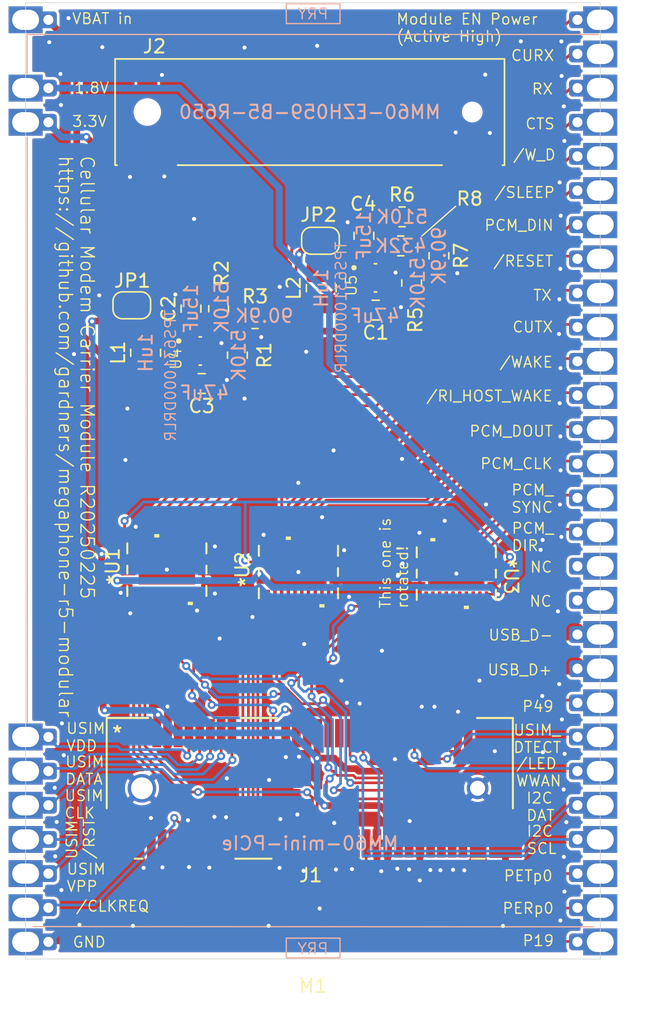
<source format=kicad_pcb>
(kicad_pcb (version 20241229) (generator "pcbnew") (generator_version "9.0")
  (layers (0 "F.Cu" signal) (4 "In1.Cu" signal) (6 "In2.Cu" signal) (2 "B.Cu" signal) (13 "F.Paste" user) (15 "B.Paste" user) (5 "F.SilkS" user "F.Silkscreen") (7 "B.SilkS" user "B.Silkscreen") (1 "F.Mask" user) (3 "B.Mask" user) (25 "Edge.Cuts" user))
  (net 0 "")
  (net 1 "{slash}CLKREQ")
  (net 2 "I2C_DATA_1V8")
  (net 3 "GND")
  (net 4 "PERp0")
  (net 5 "PETp0")
  (net 6 "/PCM_SYNC_1V8_IO")
  (net 7 "USB_D-")
  (net 8 "3V3")
  (net 9 "I2C_SCL_1V8")
  (net 10 "/PCM_DOUT_1V8_OUT")
  (net 11 "/COEX_UART_RX_1V8_IN")
  (net 12 "/RI_HOST_WAKE_1V8_OUT")
  (net 13 "/PCM_CLK_1V8_IO")
  (net 14 "/{slash}WAKE_OC_OUT")
  (net 15 "RESERVED_PIN46")
  (net 16 "USIM_SIM_PRESENT_IN")
  (net 17 "/COEX_UART_TX_1V8_OUT")
  (net 18 "/UART_RX_1V8_IN")
  (net 19 "USIM_VDD")
  (net 20 "/PCM_DIN_1V8_IN")
  (net 21 "USIM_DATA")
  (net 22 "{slash}LED_WWAN_OC_OUT")
  (net 23 "/{slash}RESET_1V8_IN")
  (net 24 "/UART_TX_1V8_OUT")
  (net 25 "/{slash}W_DISABLE_1V8_IN")
  (net 26 "{slash}USIM_RESET")
  (net 27 "USB_D+")
  (net 28 "RESERVED_PIN19")
  (net 29 "USIM_CLK")
  (net 30 "/{slash}DTR_SLEEP_MODE_1V8_IN")
  (net 31 "/UART_CTS_1V8_IN")
  (net 32 "USIM_VPP")
  (net 33 "PCM_DIN_3V3")
  (net 34 "1V8")
  (net 35 "{slash}W_DISABLE_3V3")
  (net 36 "UART_RX_3V3")
  (net 37 "{slash}DTR_SLEEP_MODE_3V3")
  (net 38 "UART_CTS_3V3")
  (net 41 "COEX_UART_RX_3V3")
  (net 42 "{slash}RESET_3V3")
  (net 44 "RI_HOST_WAKE_3V3")
  (net 46 "UART_TX_3V3")
  (net 49 "COEX_UART_TX_3V3")
  (net 50 "PCM_DOUT_3V3")
  (net 51 "{slash}WAKE_3V3")
  (net 58 "PCM_SYNC_3V#")
  (net 61 "PCM_CLK_3V3")
  (net 64 "PCM_CLK_DIR")
  (net 70 "VBAT")
  (net 72 "Net-(U4-LX2)")
  (net 73 "Net-(U4-LX1)")
  (net 74 "Net-(U5-LX2)")
  (net 75 "Net-(U5-LX1)")
  (net 76 "Net-(U4-FB)")
  (net 77 "Net-(U5-FB)")
  (net 78 "EN")
  (net 79 "Net-(U4-MODE)")
  (net 80 "Net-(U5-MODE)")
  (net 84 "Net-(JP1-A)")
  (net 85 "Net-(JP2-A)")
  (footprint "cellular-modem:VQFN24_RGY_TEX" (layer "F.Cu") (at 99.6652 77.890001 -90)
    (property "Reference" "U3")
    (property "Value" "TXV0108RGYR")
  )
  (footprint "cellular-modem:SOT50P160X60-8N" (layer "F.Cu") (at 80.5952 61.33684)
    (property "Reference" "U4")
    (property "Value" "TPS631000DRLR")
  )
  (footprint "Inductor_SMD:L_1008_2520Metric_Pad1.43x2.20mm_HandSolder" (layer "F.Cu") (at 76.5258 61.46374 90)
    (property "Reference" "L1")
    (property "Value" "1uH")
  )
  (footprint "Resistor_SMD:R_0805_2012Metric" (layer "F.Cu") (at 98.3698 54.2546 -90)
    (property "Reference" "R7")
    (property "Value" "90.9K")
  )
  (footprint "Capacitor_SMD:C_0805_2012Metric" (layer "F.Cu") (at 93.6606 58.2932 180)
    (property "Reference" "C1")
    (property "Value" "47uF")
  )
  (footprint "Resistor_SMD:R_0805_2012Metric" (layer "F.Cu") (at 96.3378 56.2847 90)
    (property "Reference" "R5")
    (property "Value" "510K")
  )
  (footprint "cellular-modem:JAE_MM60-EZH059-B5-R650" (layer "F.Cu") (at 88.7516 43.563799)
    (property "Reference" "J2")
    (property "Value" "MM60-EZH059-B5-R650")
  )
  (footprint "Resistor_SMD:R_0805_2012Metric" (layer "F.Cu") (at 95.5269 53.518)
    (property "Reference" "R8")
    (property "Value" "432K")
  )
  (footprint "cellular-modem:CONN_MM60-52B1-E1-R650_JAE" (layer "F.Cu") (at 88.7516 93.863799)
    (property "Reference" "J1")
    (property "Value" "MM60-mini-PCIe")
  )
  (footprint "Inductor_SMD:L_1008_2520Metric_Pad1.43x2.20mm_HandSolder" (layer "F.Cu") (at 89.6068 56.6617 90)
    (property "Reference" "L2")
    (property "Value" "1uH")
  )
  (footprint "Jumper:SolderJumper-2_P1.3mm_Bridged2Bar_RoundedPad1.0x1.5mm" (layer "F.Cu") (at 75.4948 57.9376 180)
    (property "Reference" "JP1")
    (property "Value" "Jumper_2_Bridged")
  )
  (footprint "cellular-modem:VQFN24_RGY_TEX" (layer "F.Cu") (at 87.905 77.775 90)
    (property "Reference" "U2")
    (property "Value" "TXV0108RGYR")
  )
  (footprint "Resistor_SMD:R_0805_2012Metric" (layer "F.Cu") (at 95.6247 51.359)
    (property "Reference" "R6")
    (property "Value" "510K")
  )
  (footprint "Resistor_SMD:R_0805_2012Metric" (layer "F.Cu") (at 84.6792 58.92964)
    (property "Reference" "R3")
    (property "Value" "90.9K")
  )
  (footprint "Resistor_SMD:R_0805_2012Metric" (layer "F.Cu") (at 83.3584 61.64934 90)
    (property "Reference" "R1")
    (property "Value" "510K")
  )
  (footprint "MegaCastle:MegaCastle2x28-Module-I42.8x66.3-MB00007FFFFFFFF-SPAREPAD" (layer "F.Cu") (at 88.9852 70.9932)
    (property "Reference" "M1")
    (property "Value" "~")
    (fp_line (start -21.4 -35.560001) (end -21.4 35.560001) (stroke (width 0.05)) (layer "Edge.Cuts"))
    (fp_line (start -21.4 -35.560001) (end 21.4 -35.560001) (stroke (width 0.05)) (layer "Edge.Cuts"))
    (fp_line (start -21.4 35.560001) (end 21.4 35.560001) (stroke (width 0.05)) (layer "Edge.Cuts"))
    (fp_line (start 21.4 -35.560001) (end 21.4 35.560001) (stroke (width 0.05)) (layer "Edge.Cuts"))
  )
  (footprint "Resistor_SMD:R_0805_2012Metric" (layer "F.Cu") (at 81.9614 58.19114 -90)
    (property "Reference" "R2")
    (property "Value" "510K")
  )
  (footprint "cellular-modem:SOT50P160X60-8N" (layer "F.Cu") (at 93.6438 55.8936)
    (property "Reference" "U5")
    (property "Value" "TPS631000DRLR")
  )
  (footprint "Jumper:SolderJumper-2_P1.3mm_Bridged2Bar_RoundedPad1.0x1.5mm" (layer "F.Cu") (at 89.5456 53.137 180)
    (property "Reference" "JP2")
    (property "Value" "Jumper_2_Bridged")
  )
  (footprint "Capacitor_SMD:C_0805_2012Metric" (layer "F.Cu") (at 79.904 58.18284 90)
    (property "Reference" "C2")
    (property "Value" "15uF")
  )
  (footprint "cellular-modem:VQFN24_RGY_TEX" (layer "F.Cu") (at 78.106 77.5972 90)
    (property "Reference" "U1")
    (property "Value" "TXV0108RGYR")
  )
  (footprint "Capacitor_SMD:C_0805_2012Metric" (layer "F.Cu") (at 92.7818 52.7712 90)
    (property "Reference" "C4")
    (property "Value" "15uF")
  )
  (footprint "Capacitor_SMD:C_0805_2012Metric" (layer "F.Cu") (at 80.7016 63.75564 180)
    (property "Reference" "C3")
    (property "Value" "47uF")
  )
  (gr_line (start 99.6144 50.5716) (end 97.0998 52.7814) (stroke (width 0.1)) (layer "F.SilkS"))
  (gr_text "PETp0" (at 103.145 100.8382 0) (layer "F.SilkS") (effects (font (size 0.8 0.8) (thickness 0.1)) (justify left bottom)))
  (gr_text "/LED\nWWAN" (at 104.0594 93.777 0) (layer "F.SilkS") (effects (font (size 0.8 0.8) (thickness 0.1)) (justify left bottom)))
  (gr_text "USIM\nCLK" (at 70.4298 96.1646 0) (layer "F.SilkS") (effects (font (size 0.8 0.8) (thickness 0.1)) (justify left bottom)))
  (gr_text "PCM_DIN" (at 101.6972 52.4512 0) (layer "F.SilkS") (effects (font (size 0.8 0.8) (thickness 0.1)) (justify left bottom)))
  (gr_text "3.3V" (at 70.9886 44.7296 0) (layer "F.SilkS") (effects (font (size 0.8 0.8) (thickness 0.1)) (justify left bottom)))
  (gr_text "VBAT in" (at 70.9886 37.0842 0) (layer "F.SilkS") (effects (font (size 0.8 0.8) (thickness 0.1)) (justify left bottom)))
  (gr_text "PCM_DOUT" (at 100.5796 67.7674 0) (layer "F.SilkS") (effects (font (size 0.8 0.8) (thickness 0.1)) (justify left bottom)))
  (gr_text "RX" (at 105.2278 42.3166 0) (layer "F.SilkS") (effects (font (size 0.8 0.8) (thickness 0.1)) (justify left bottom)))
  (gr_text "USIM_\nDTECT" (at 103.8562 91.2878 0) (layer "F.SilkS") (effects (font (size 0.8 0.8) (thickness 0.1)) (justify left bottom)))
  (gr_text "GND" (at 71.0394 105.7658 0) (layer "F.SilkS") (effects (font (size 0.8 0.8) (thickness 0.1)) (justify left bottom)))
  (gr_text "USIM\nVDD" (at 70.5568 91.1608 0) (layer "F.SilkS") (effects (font (size 0.8 0.8) (thickness 0.1)) (justify left bottom)))
  (gr_text "P49" (at 104.5166 88.2398 0) (layer "F.SilkS") (effects (font (size 0.8 0.8) (thickness 0.1)) (justify left bottom)))
  (gr_text "Cellular Modem Carrier Module R20250225\nhttps://github.com/gardners/megaphone-r5-modular" (at 69.9726 46.7362 -90) (layer "F.SilkS") (effects (font (size 1 1) (thickness 0.1)) (justify left bottom)))
  (gr_text "I2C\nDAT" (at 104.8214 96.3424 0) (layer "F.SilkS") (effects (font (size 0.8 0.8) (thickness 0.1)) (justify left bottom)))
  (gr_text "CURX" (at 103.6784 39.8274 0) (layer "F.SilkS") (effects (font (size 0.8 0.8) (thickness 0.1)) (justify left bottom)))
  (gr_text "NC" (at 105.05 80.4166 0) (layer "F.SilkS") (effects (font (size 0.8 0.8) (thickness 0.1)) (justify left bottom)))
  (gr_text "CTS" (at 104.7452 44.9074 0) (layer "F.SilkS") (effects (font (size 0.8 0.8) (thickness 0.1)) (justify left bottom)))
  (gr_text "/CLKREQ" (at 71.268 103.0988 0) (layer "F.SilkS") (effects (font (size 0.8 0.8) (thickness 0.1)) (justify left bottom)))
  (gr_text "USB_D-" (at 102.002 82.9312 0) (layer "F.SilkS") (effects (font (size 0.8 0.8) (thickness 0.1)) (justify left bottom)))
  (gr_text "PCM_\nDIR" (at 103.7292 76.2764 0) (layer "F.SilkS") (effects (font (size 0.8 0.8) (thickness 0.1)) (justify left bottom)))
  (gr_text "Module EN Power\n(Active High)" (at 95.144 38.405 0) (layer "F.SilkS") (effects (font (size 0.8 0.8) (thickness 0.1)) (justify left bottom)))
  (gr_text "/WAKE" (at 102.8148 62.6366 0) (layer "F.SilkS") (effects (font (size 0.8 0.8) (thickness 0.1)) (justify left bottom)))
  (gr_text "CUTX" (at 103.78 60.0204 0) (layer "F.SilkS") (effects (font (size 0.8 0.8) (thickness 0.1)) (justify left bottom)))
  (gr_text "USB_D+" (at 101.9258 85.522 0) (layer "F.SilkS") (effects (font (size 0.8 0.8) (thickness 0.1)) (justify left bottom)))
  (gr_text "PCM_CLK" (at 101.3924 70.1804 0) (layer "F.SilkS") (effects (font (size 0.8 0.8) (thickness 0.1)) (justify left bottom)))
  (gr_text "PERp0" (at 103.0434 103.2512 0) (layer "F.SilkS") (effects (font (size 0.8 0.8) (thickness 0.1)) (justify left bottom)))
  (gr_text "/RESET" (at 102.3576 55.1182 0) (layer "F.SilkS") (effects (font (size 0.8 0.8) (thickness 0.1)) (justify left bottom)))
  (gr_text "USIM\nDATA" (at 70.4806 93.65 0) (layer "F.SilkS") (effects (font (size 0.8 0.8) (thickness 0.1)) (justify left bottom)))
  (gr_text "TX" (at 105.3294 57.6582 0) (layer "F.SilkS") (effects (font (size 0.8 0.8) (thickness 0.1)) (justify left bottom)))
  (gr_text "P19" (at 104.542 105.6642 0) (layer "F.SilkS") (effects (font (size 0.8 0.8) (thickness 0.1)) (justify left bottom)))
  (gr_text "/SLEEP" (at 102.4338 50.0128 0) (layer "F.SilkS") (effects (font (size 0.8 0.8) (thickness 0.1)) (justify left bottom)))
  (gr_text "I2C\nSCL" (at 104.8468 98.8062 0) (layer "F.SilkS") (effects (font (size 0.8 0.8) (thickness 0.1)) (justify left bottom)))
  (gr_text "PCM_\nSYNC" (at 103.7038 73.4316 0) (layer "F.SilkS") (effects (font (size 0.8 0.8) (thickness 0.1)) (justify left bottom)))
  (gr_text "USIM\n/RST" (at 72.792 99.1872 90) (layer "F.SilkS") (effects (font (size 0.8 0.8) (thickness 0.1)) (justify left bottom)))
  (gr_text "USIM\nVPP" (at 70.5822 101.6256 0) (layer "F.SilkS") (effects (font (size 0.8 0.8) (thickness 0.1)) (justify left bottom)))
  (gr_text "NC" (at 105.1008 77.8766 0) (layer "F.SilkS") (effects (font (size 0.8 0.8) (thickness 0.1)) (justify left bottom)))
  (gr_text "/RI_HOST_WAKE" (at 97.3538 65.1512 0) (layer "F.SilkS") (effects (font (size 0.8 0.8) (thickness 0.1)) (justify left bottom)))
  (gr_text "This one is\nrotated!" (at 96.1346 80.5436 90) (layer "F.SilkS") (effects (font (size 0.8 0.8) (thickness 0.1)) (justify left bottom)))
  (gr_text "/W_D" (at 103.8308 47.2188 0) (layer "F.SilkS") (effects (font (size 0.8 0.8) (thickness 0.1)) (justify left bottom)))
  (gr_text "1.8V" (at 71.141 42.2404 0) (layer "F.SilkS") (effects (font (size 0.8 0.8) (thickness 0.1)) (justify left bottom)))
  (segment (start 79.349 96.7526) (end 79.349 97.933) (width 0.2) (layer "F.Cu") (net 1))
  (segment (start 78.6594 96.063) (end 79.349 96.7526) (width 0.2) (layer "F.Cu") (net 1))
  (via (at 78.6594 96.063) (size 0.6) (drill 0.3) (layers "F.Cu" "B.Cu") (net 1))
  (segment (start 78.6594 96.582198) (end 72.701598 102.54) (width 0.2) (layer "B.Cu") (net 1))
  (segment (start 72.701598 102.54) (end 69.006 102.54) (width 0.2) (layer "B.Cu") (net 1))
  (segment (start 78.6594 96.063) (end 78.6594 96.582198) (width 0.2) (layer "B.Cu") (net 1))
  (segment (start 92.549 90.970131) (end 92.549 89.733) (width 0.2) (layer "F.Cu") (net 2))
  (segment (start 92.735197 91.156328) (end 92.549 90.970131) (width 0.2) (layer "F.Cu") (net 2))
  (segment (start 92.735197 91.580448) (end 92.735197 91.156328) (width 0.2) (layer "F.Cu") (net 2))
  (via (at 92.735197 91.580448) (size 0.6) (drill 0.3) (layers "F.Cu" "B.Cu") (net 2))
  (segment (start 92.735197 91.580448) (end 93.8994 92.744651) (width 0.2) (layer "B.Cu") (net 2))
  (segment (start 108.260032 94.92) (end 108.606 94.92) (width 0.2) (layer "B.Cu") (net 2))
  (segment (start 93.0898 98.53) (end 104.650032 98.53) (width 0.2) (layer "B.Cu") (net 2))
  (segment (start 104.650032 98.53) (end 108.260032 94.92) (width 0.2) (layer "B.Cu") (net 2))
  (segment (start 93.8994 92.744651) (end 93.8994 97.7204) (width 0.2) (layer "B.Cu") (net 2))
  (segment (start 93.8994 97.7204) (end 93.0898 98.53) (width 0.2) (layer "B.Cu") (net 2))
  (segment (start 81.682 79.38) (end 81.682 79.426) (width 0.2) (layer "F.Cu") (net 3))
  (segment (start 81.5804 79.3244) (end 81.682 79.426) (width 0.2) (layer "F.Cu") (net 3))
  (segment (start 102.1016 46.713799) (end 102.1016 45.1784) (width 0.5) (layer "F.Cu") (net 3))
  (segment (start 75.855999 79.3244) (end 74.6716 79.3244) (width 0.2) (layer "F.Cu") (net 3))
  (segment (start 80.8238 76.7282) (end 81.682 75.87) (width 0.2) (layer "F.Cu") (net 3))
  (segment (start 100.8516 40.813799) (end 101.786201 40.813799) (width 0.5) (layer "F.Cu") (net 3))
  (segment (start 75.4016 48.3484) (end 75.36 48.39) (width 0.5) (layer "F.Cu") (net 3))
  (segment (start 79.80116 57.13) (end 79.904 57.23284) (width 0.5) (layer "F.Cu") (net 3))
  (segment (start 76.356001 75.87) (end 76.356001 74.981) (width 0.2) (layer "F.Cu") (net 3))
  (segment (start 80.8238 76.847199) (end 80.8238 76.7282) (width 0.2) (layer "F.Cu") (net 3))
  (segment (start 73.173 56.3374) (end 73.0714 56.439) (width 0.2) (layer "F.Cu") (net 3))
  (segment (start 75.855999 80.680001) (end 75.84 80.696) (width 0.2) (layer "F.Cu") (net 3))
  (segment (start 100.0208 72.7458) (end 98.8016 73.965) (width 0.2) (layer "F.Cu") (net 3))
  (segment (start 75.84 80.696) (end 75.6876 80.8484) (width 0.2) (layer "F.Cu") (net 3))
  (segment (start 95.66 77.14) (end 95.652 77.14) (width 0.2) (layer "F.Cu") (net 3))
  (segment (start 80.8002 61.08684) (end 80.7168 61.17024) (width 0.2) (layer "F.Cu") (net 3))
  (segment (start 75.855999 79.3244) (end 75.855999 80.680001) (width 0.2) (layer "F.Cu") (net 3))
  (segment (start 93.884 55.6436) (end 93.7964 55.7312) (width 0.2) (layer "F.Cu") (net 3))
  (segment (start 91.077418 87.499782) (end 91.515218 87.499782) (width 0.5) (layer "F.Cu") (net 3))
  (segment (start 99.749 88.2068) (end 99.749 89.733) (width 0.5) (layer "F.Cu") (net 3))
  (segment (start 93.7516 97.958398) (end 93.7516 99.6998) (width 0.2) (layer "F.Cu") (net 3))
  (segment (start 92.7818 51.8212) (end 91.6312 51.8212) (width 0.5) (layer "F.Cu") (net 3))
  (segment (start 94.3788 55.6436) (end 93.884 55.6436) (width 0.2) (layer "F.Cu") (net 3))
  (segment (start 88.149 96.053) (end 88.032 95.936) (width 0.5) (layer "F.Cu") (net 3))
  (segment (start 81.6516 63.75564) (end 82.312816 63.75564) (width 0.5) (layer "F.Cu") (net 3))
  (segment (start 94.3788 55.6436) (end 94.9964 55.6436) (width 0.2) (layer "F.Cu") (net 3))
  (segment (start 77.726201 40.813799) (end 77.74 40.8) (width 0.5) (layer "F.Cu") (net 3))
  (segment (start 70.5314 105.08) (end 69.006 105.08) (width 0.75) (layer "F.Cu") (net 3))
  (segment (start 94.551599 99.551001) (end 94.0772 100.0254) (width 0.2) (layer "F.Cu") (net 3))
  (segment (start 76.356001 74.981) (end 76.356001 74.862001) (width 0.2) (layer "F.Cu") (net 3))
  (segment (start 80.8814 58.21024) (end 80.8814 60.04084) (width 0.2) (layer "F.Cu") (net 3))
  (segment (start 82.312816 63.75564) (end 82.574028 63.494428) (width 0.5) (layer "F.Cu") (net 3))
  (segment (start 86.4318 56.566) (end 86.508 56.566) (width 0.2) (layer "F.Cu") (net 3))
  (segment (start 93.7516 99.6998) (end 94.0772 100.0254) (width 0.2) (layer "F.Cu") (net 3))
  (segment (start 82.549 97.933) (end 82.549 96.041) (width 0.5) (layer "F.Cu") (net 3))
  (segment (start 80.7168 60.20544) (end 80.7168 61.7476) (width 0.2) (layer "F.Cu") (net 3))
  (segment (start 73.0714 56.439) (end 73.0714 57.201) (width 0.2) (layer "F.Cu") (net 3))
  (segment (start 105.939 75.5398) (end 105.939 76.124) (width 0.2) (layer "F.Cu") (net 3))
  (segment (start 93.531344 91.1354) (end 94.090144 91.6942) (width 0.5) (layer "F.Cu") (net 3))
  (segment (start 87.9558 95.936) (end 87.8288 95.809) (width 0.5) (layer "F.Cu") (net 3))
  (segment (start 81.3302 61.08684) (end 80.8002 61.08684) (width 0.2) (layer "F.Cu") (net 3))
  (segment (start 80.8238 78.347201) (end 81.682 79.205401) (width 0.2) (layer "F.Cu") (net 3))
  (segment (start 81.682 79.205401) (end 81.682 79.38) (width 0.2) (layer "F.Cu") (net 3))
  (segment (start 80.7168 61.17024) (end 80.7168 62.82084) (width 0.2) (layer "F.Cu") (net 3))
  (segment (start 101.786201 40.813799) (end 101.82 40.78) (width 0.5) (layer "F.Cu") (net 3))
  (segment (start 80.149 96.7144) (end 79.6754 96.2408) (width 0.5) (layer "F.Cu") (net 3))
  (segment (start 78.74 57.13) (end 79.80116 57.13) (width 0.5) (layer "F.Cu") (net 3))
  (segment (start 85.5917 58.92964) (end 85.5917 59.8445) (width 0.5) (layer "F.Cu") (net 3))
  (segment (start 90.6228 78.525001) (end 91.68 79.582201) (width 0.2) (layer "F.Cu") (net 3))
  (segment (start 88.032 95.936) (end 87.9558 95.936) (width 0.5) (layer "F.Cu") (net 3))
  (segment (start 93.349 91.0378) (end 93.4466 91.1354) (width 0.5) (layer "F.Cu") (net 3))
  (segment (start 85.651799 75.0064) (end 85.3142 75.0064) (width 0.2) (layer "F.Cu") (net 3))
  (segment (start 77.9016 46.713799) (end 77.9016 48.3316) (width 0.5) (layer "F.Cu") (net 3))
  (segment (start 93.349 89.1372) (end 93.349 91.0378) (width 0.5) (layer "F.Cu") (net 3))
  (segment (start 75.4016 46.713799) (end 75.4016 48.3484) (width 0.5) (layer "F.Cu") (net 3))
  (segment (start 76.6516 40.813799) (end 77.726201 40.813799) (width 0.5) (layer "F.Cu") (net 3))
  (segment (start 75.79 74.41) (end 76.356001 74.976001) (width 0.2) (layer "F.Cu") (net 3))
  (segment (start 76.356001 74.976001) (end 76.356001 74.981) (width 0.2) (layer "F.Cu") (net 3))
  (segment (start 88.149 99.863) (end 88.286 100) (width 0.5) (layer "F.Cu") (net 3))
  (segment (start 80.356001 79.3244) (end 80.356001 80.640001) (width 0.2) (layer "F.Cu") (net 3))
  (segment (start 94.6106 58.2932) (end 95.319056 58.2932) (width 0.5) (layer "F.Cu") (net 3))
  (segment (start 90.149 89.733) (end 90.149 88.4282) (width 0.5) (layer "F.Cu") (net 3))
  (segment (start 91.349 99.3292) (end 91.8928 99.873) (width 0.2) (layer "F.Cu") (net 3))
  (segment (start 90.155001 79.5022) (end 91.5622 79.5022) (width 0.2) (layer "F.Cu") (net 3))
  (segment (start 93.7964 57.479) (end 94.6106 58.2932) (width 0.2) (layer "F.Cu") (net 3))
  (segment (start 94.9964 55.6436) (end 95.14 55.5) (width 0.2) (layer "F.Cu") (net 3))
  (segment (start 80.8814 60.04084) (end 80.7168 60.20544) (width 0.2) (layer "F.Cu") (net 3))
  (segment (start 90.149 88.4282) (end 91.077418 87.499782) (width 0.5) (layer "F.Cu") (net 3))
  (segment (start 99.6016 46.713799) (end 99.6016 45.0984) (width 0.5) (layer "F.Cu") (net 3))
  (segment (start 90.549 96.4606) (end 90.549 97.933) (width 0.5) (layer "F.Cu") (net 3))
  (segment (start 94.090144 91.6942) (end 95.0926 91.6942) (width 0.5) (layer "F.Cu") (net 3))
  (segment (start 91.349 97.933) (end 91.349 99.3292) (width 0.2) (layer "F.Cu") (net 3))
  (segment (start 90.6228 76.8352) (end 91.309 76.149) (width 0.2) (layer "F.Cu") (net 3))
  (segment (start 94.551599 97.958398) (end 94.551599 99.551001) (width 0.2) (layer "F.Cu") (net 3))
  (segment (start 79.49 92.34) (end 78.149 90.999) (width 0.5) (layer "F.Cu") (net 3))
  (segment (start 80.356001 79.3244) (end 81.5804 79.3244) (width 0.2) (layer "F.Cu") (net 3))
  (segment (start 90.572 96.4376) (end 90.549 96.4606) (width 0.5) (layer "F.Cu") (net 3))
  (segment (start 96.922 99.36) (end 96.922 100) (width 0.5) (layer "F.Cu") (net 3))
  (segment (start 79.904 57.23284) (end 80.8814 58.21024) (width 0.2) (layer "F.Cu") (net 3))
  (segment (start 96.949 99.333) (end 96.922 99.36) (width 0.5) (layer "F.Cu") (net 3))
  (segment (start 93.7964 55.7312) (end 93.7964 57.479) (width 0.2) (layer "F.Cu") (net 3))
  (segment (start 95.751599 89.758397) (end 95.751599 91.035201) (width 0.5) (layer "F.Cu") (net 3))
  (segment (start 99.3571 55.1671) (end 99.74 55.55) (width 0.5) (layer "F.Cu") (net 3))
  (segment (start 90.6482 97.933) (end 91.349 97.933) (width 0.5) (layer "F.Cu") (net 3))
  (segment (start 86.949 89.733) (end 86.949 91.5256) (width 0.5) (layer "F.Cu") (net 3))
  (segment (start 96.9474 78.640002) (end 95.890002 78.640002) (width 0.2) (layer "F.Cu") (net 3))
  (segment (start 99.7922 88.1636) (end 99.749 88.2068) (width 0.5) (layer "F.Cu") (net 3))
  (segment (start 78.149 87.785) (end 78.1514 87.7826) (width 0.5) (layer "F.Cu") (net 3))
  (segment (start 80.7168 62.82084) (end 81.6516 63.75564) (width 0.2) (layer "F.Cu") (net 3))
  (segment (start 91.309 76.149) (end 91.334 76.124) (width 0.2) (layer "F.Cu") (net 3))
  (segment (start 71.5982 104.0132) (end 70.5314 105.08) (width 0.75) (layer "F.Cu") (net 3))
  (segment (start 106.0914 75.3874) (end 105.939 75.5398) (width 0.2) (layer "F.Cu") (net 3))
  (segment (start 82.549 96.041) (end 82.5202 96.0122) (width 0.5) (layer "F.Cu") (net 3))
  (segment (start 75.6876 80.8484) (end 75.3828 80.8484) (width 0.2) (layer "F.Cu") (net 3))
  (segment (start 91.6312 51.8212) (end 91.57 51.76) (width 0.5) (layer "F.Cu") (net 3))
  (segment (start 91.5622 79.5022) (end 91.68 79.62) (width 0.2) (layer "F.Cu") (net 3))
  (segment (start 95.890002 78.640002) (end 95.31 78.06) (width 0.2) (layer "F.Cu") (net 3))
  (segment (start 97.415199 76.162801) (end 97.415199 75.347199) (width 0.2) (layer "F.Cu") (net 3))
  (segment (start 80.149 97.933) (end 80.149 96.7144) (width 0.5) (layer "F.Cu") (net 3))
  (segment (start 78.149 90.999) (end 78.149 87.785) (width 0.5) (layer "F.Cu") (net 3))
  (segment (start 99.6016 45.0984) (end 99.62 45.08) (width 0.5) (layer "F.Cu") (net 3))
  (segment (start 95.751599 91.035201) (end 95.0926 91.6942) (width 0.5) (layer "F.Cu") (net 3))
  (segment (start 96.922 100.692) (end 96.94 100.71) (width 0.5) (layer "F.Cu") (net 3))
  (segment (start 102.1016 45.1784) (end 102.16 45.12) (width 0.5) (layer "F.Cu") (net 3))
  (segment (start 90.622802 97.958398) (end 90.6482 97.933) (width 0.2) (layer "F.Cu") (net 3))
  (segment (start 88.149 97.933) (end 88.149 99.863) (width 0.5) (layer "F.Cu") (net 3))
  (segment (start 93.4466 91.1354) (end 93.531344 91.1354) (width 0.5) (layer "F.Cu") (net 3))
  (segment (start 90.551599 99.750999) (end 90.699 99.8984) (width 0.2) (layer "F.Cu") (net 3))
  (segment (start 87.7526 83.236) (end 88.2352 83.236) (width 0.2) (layer "F.Cu") (net 3))
  (segment (start 95.319056 58.2932) (end 95.536328 58.075928) (width 0.5) (layer "F.Cu") (net 3))
  (segment (start 85.5917 59.8445) (end 85.1364 60.2998) (width 0.5) (layer "F.Cu") (net 3))
  (segment (start 77.9016 48.3316) (end 77.92 48.35) (width 0.5) (layer "F.Cu") (net 3))
  (segment (start 90.551599 97.958398) (end 90.551599 99.750999) (width 0.2) (layer "F.Cu") (net 3))
  (segment (start 93.749 97.933) (end 94.549 97.933) (width 0.5) (layer "F.Cu") (net 3))
  (segment (start 101.875 72.7458) (end 100.0208 72.7458) (width 0.2) (layer "F.Cu") (net 3))
  (segment (start 96.9474 77.14) (end 95.66 77.14) (width 0.2) (layer "F.Cu") (net 3))
  (segment (start 101.415199 79.617201) (end 101.415199 80.871199) (width 0.2) (layer "F.Cu") (net 3))
  (segment (start 86.949 91.5256) (end 86.9652 91.5418) (width 0.5) (layer "F.Cu") (net 3))
  (segment (start 101.415199 79.617201) (end 101.415199 80.109199) (width 0.2) (layer "F.Cu") (net 3))
  (segment (start 96.922 100) (end 96.922 100.692) (width 0.5) (layer "F.Cu") (net 3))
  (segment (start 88.149 97.933) (end 88.149 96.053) (width 0.5) (layer "F.Cu") (net 3))
  (segment (start 91.68 79.582201) (end 91.68 79.62) (width 0.2) (layer "F.Cu") (net 3))
  (segment (start 81.3302 61.08684) (end 81.83316 61.08684) (width 0.2) (layer "F.Cu") (net 3))
  (segment (start 90.549 97.933) (end 90.6482 97.933) (width 0.5) (layer "F.Cu") (net 3))
  (segment (start 88.2352 83.236) (end 88.3368 83.1344) (width 0.2) (layer "F.Cu") (net 3))
  (segment (start 81.83316 61.08684) (end 82.17 60.75) (width 0.2) (layer "F.Cu") (net 3))
  (segment (start 86.155001 75.509602) (end 85.651799 75.0064) (width 0.2) (layer "F.Cu") (net 3))
  (segment (start 97.415199 75.347199) (end 96.922 74.854) (width 0.2) (layer "F.Cu") (net 3))
  (segment (start 90.551599 97.958398) (end 90.622802 97.958398) (width 0.2) (layer "F.Cu") (net 3))
  (segment (start 96.949 97.933) (end 96.949 99.333) (width 0.5) (layer "F.Cu") (net 3))
  (segment (start 98.3698 55.1671) (end 99.3571 55.1671) (width 0.5) (layer "F.Cu") (net 3))
  (segment (start 90.6228 77.024999) (end 90.6228 76.8352) (width 0.2) (layer "F.Cu") (net 3))
  (segment (start 81.7944 92.34) (end 79.49 92.34) (width 0.5) (layer "F.Cu") (net 3))
  (segment (start 82.571 93.1166) (end 81.7944 92.34) (width 0.5) (layer "F.Cu") (net 3))
  (segment (start 86.155001 76.0478) (end 86.155001 75.509602) (width 0.2) (layer "F.Cu") (net 3))
  (via (at 94.0772 100.0254) (size 0.6) (drill 0.3) (layers "F.Cu" "B.Cu") (net 3))
  (via (at 87.9 71.14) (size 0.6) (drill 0.3) (layers "F.Cu" "B.Cu") (net 3))
  (via (at 101.82 40.78) (size 0.6) (drill 0.3) (layers "F.Cu" "B.Cu") (net 3))
  (via (at 95.62 69.36) (size 0.6) (drill 0.3) (layers "F.Cu" "B.Cu") (net 3))
  (via (at 107.44 51.27) (size 0.6) (drill 0.3) (layers "F.Cu" "B.Cu") (net 3))
  (via (at 96.922 74.854) (size 0.6) (drill 0.3) (layers "F.Cu" "B.Cu") (net 3))
  (via (at 84.48 81.12) (size 0.6) (drill 0.3) (layers "F.Cu" "B.Cu") (net 3))
  (via (at 89.49 102.8) (size 0.6) (drill 0.3) (layers "F.Cu" "B.Cu") (net 3))
  (via (at 90.52 68.73) (size 0.6) (drill 0.3) (layers "F.Cu" "B.Cu") (net 3))
  (via (at 78.106 77.5972) (size 0.6) (drill 0.3) (layers "F.Cu" "B.Cu") (net 3))
  (via (at 107.31 60.07) (size 0.6) (drill 0.3) (layers "F.Cu" "B.Cu") (net 3))
  (via (at 106.0914 75.3874) (size 0.6) (drill 0.3) (layers "F.Cu" "B.Cu") (net 3))
  (via (at 86.5 99.78) (size 0.6) (drill 0.3) (layers "F.Cu" "B.Cu") (net 3))
  (via (at 107.43 70.21) (size 0.6) (drill 0.3) (layers "F.Cu" "B.Cu") (net 3))
  (via (at 80.1326 51.5114) (size 0.6) (drill 0.3) (layers "F.Cu" "B.Cu") (net 3))
  (via (at 107.41 67.69) (size 0.6) (drill 0.3) (layers "F.Cu" "B.Cu") (net 3))
  (via (at 86.508 56.566) (size 0.6) (drill 0.3) (layers "F.Cu" "B.Cu") (net 3))
  (via (at 77.78 99.74) (size 0.6) (drill 0.3) (layers "F.Cu" "B.Cu") (net 3))
  (via (at 107.42 62.61) (size 0.6) (drill 0.3) (layers "F.Cu" "B.Cu") (net 3))
  (via (at 107.38 72.75) (size 0.6) (drill 0.3) (layers "F.Cu" "B.Cu") (net 3))
  (via (at 92.47 87.56) (size 0.6) (drill 0.3) (layers "F.Cu" "B.Cu") (net 3))
  (via (at 70.29 89.03) (size 0.6) (drill 0.3) (layers "F.Cu" "B.Cu") (net 3))
  (via (at 74.6716 79.3244) (size 0.6) (drill 0.3) (layers "F.Cu" "B.Cu") (net 3))
  (via (at 91.57 51.76) (size 0.6) (drill 0.3) (layers "F.Cu" "B.Cu") (net 3))
  (via (at 99.42 99.92) (size 0.6) (drill 0.3) (layers "F.Cu" "B.Cu") (net 3))
  (via (at 95.536328 58.075928) (size 0.6) (drill 0.3) (layers "F.Cu" "B.Cu") (net 3))
  (via (at 107.67 43.14) (size 0.6) (drill 0.3) (layers "F.Cu" "B.Cu") (net 3))
  (via (at 76.92 96.07) (size 0.6) (drill 0.3) (layers "F.Cu" "B.Cu") (net 3))
  (via (at 97.73 99.94) (size 0.6) (drill 0.3) (layers "F.Cu" "B.Cu") (net 3))
  (via (at 69.35 38.37) (size 0.6) (drill 0.3) (layers "F.Cu" "B.Cu") (net 3))
  (via (at 106.066 86.9952) (size 0.6) (drill 0.3) (layers "F.Cu" "B.Cu") (net 3))
  (via (at 81.65 95.98) (size 0.6) (drill 0.3) (layers "F.Cu" "B.Cu") (net 3))
  (via (at 107.73 91.3) (size 0.6) (drill 0.3) (layers "F.Cu" "B.Cu") (net 3))
  (via (at 69.79 98.92) (size 0.6) (drill 0.3) (layers "F.Cu" "B.Cu") (net 3))
  (via (at 104.4658 38.3034) (size 0.6) (drill 0.3) (layers "F.Cu" "B.Cu") (net 3))
  (via (at 77.74 40.8) (size 0.6) (drill 0.3) (layers "F.Cu" "B.Cu") (net 3))
  (via (at 98.48 99.95) (size 0.6) (drill 0.3) (layers "F.Cu" "B.Cu") (net 3))
  (via (at 98.04 87.79) (size 0.6) (drill 0.3) (layers "F.Cu" "B.Cu") (net 3))
  (via (at 87.8288 95.809) (size 0.6) (drill 0.3) (layers "F.Cu" "B.Cu") (net 3))
  (via (at 86.9652 91.5418) (size 0.6) (drill 0.3) (layers "F.Cu" "B.Cu") (net 3))
  (via (at 96.15 99.9) (size 0.6) (drill 0.3) (layers "F.Cu" "B.Cu") (net 3))
  (via (at 88.3368 83.1344) (size 0.6) (drill 0.3) (layers "F.Cu" "B.Cu") (net 3))
  (via (at 99.74 55.55) (size 0.6) (drill 0.3) (layers "F.Cu" "B.Cu") (net 3))
  (via (at 75.02 69.44) (size 0.6) (drill 0.3) (layers "F.Cu" "B.Cu") (net 3))
  (via (at 98.8016 73.965) (size 0.6) (drill 0.3) (layers "F.Cu" "B.Cu") (net 3))
  (via (at 107.36 65.22) (size 0.6) (drill 0.3) (layers "F.Cu" "B.Cu") (net 3))
  (via (at 107.34 57.49) (size 0.6) (drill 0.3) (layers "F.Cu" "B.Cu") (net 3))
  (via (at 107.49 75.16) (size 0.6) (drill 0.3) (layers "F.Cu" "B.Cu") (net 3))
  (via (at 103.14 104.1) (size 0.6) (drill 0.3) (layers "F.Cu" "B.Cu") (net 3))
  (via (at 107.53 88.74) (size 0.6) (drill 0.3) (layers "F.Cu" "B.Cu") (net 3))
  (via (at 95.27 99.84) (size 0.6) (drill 0.3) (layers "F.Cu" "B.Cu") (net 3))
  (via (at 88.286 100) (size 0.6) (drill 0.3) (layers "F.Cu" "B.Cu") (net 3))
  (via (at 87.95 91.51) (size 0.6) (drill 0.3) (layers "F.Cu" "B.Cu") (net 3))
  (via (at 82.04 82.72) (size 0.6) (drill 0.3) (layers "F.Cu" "B.Cu") (net 3))
  (via (at 69.75 93.82) (size 0.6) (drill 0.3) (layers "F.Cu" "B.Cu") (net 3))
  (via (at 82.17 60.75) (size 0.6) (drill 0.3) (layers "F.Cu" "B.Cu") (net 3))
  (via (at 70.18 40.73) (size 0.6) (drill 0.3) (layers "F.Cu" "B.Cu") (net 3))
  (via (at 95.66 77.14) (size 0.6) (drill 0.3) (layers "F.Cu" "B.Cu") (net 3))
  (via (at 96.94 100.71) (size 0.6) (drill 0.3) (layers "F.Cu" "B.Cu") (net 3))
  (via (at 107.41 55.23) (size 0.6) (drill 0.3) (layers "F.Cu" "B.Cu") (net 3))
  (via (at 81.682 75.87) (size 0.6) (drill 0.3) (layers "F.Cu" "B.Cu") (net 3))
  (via (at 83.8918 64.8718) (size 0.6) (drill 0.3) (layers "F.Cu" "B.Cu") (net 3))
  (via (at 86.56 96.15) (size 0.6) (drill 0.3) (layers "F.Cu" "B.Cu") (net 3))
  (via (at 81.27 99.76) (size 0.6) (drill 0.3) (layers "F.Cu" "B.Cu") (net 3))
  (via (at 91.309 76.149) (size 0.6) (drill 0.3) (layers "F.Cu" "B.Cu") (net 3))
  (via (at 85.1364 60.2998) (size 0.6) (drill 0.3) (layers "F.Cu" "B.Cu") (net 3))
  (via (at 107.71 45.71) (size 0.6) (drill 0.3) (layers "F.Cu" "B.Cu") (net 3))
  (via (at 75.79 74.41) (size 0.6) (drill 0.3) (layers "F.Cu" "B.Cu") (net 3))
  (via (at 95.0926 91.6942) (size 0.6) (drill 0.3) (layers "F.Cu" "B.Cu") (net 3))
  (via (at 95.14 55.5) (size 0.6) (drill 0.3) (layers "F.Cu" "B.Cu") (net 3))
  (via (at 107.41 103.69) (size 0.6) (drill 0.3) (layers "F.Cu" "B.Cu") (net 3))
  (via (at 85.68 104.09) (size 0.6) (drill 0.3) (layers "F.Cu" "B.Cu") (net 3))
  (via (at 107.49 38.31) (size 0.6) (drill 0.3) (layers "F.Cu" "B.Cu") (net 3))
  (via (at 87.905 77.775) (size 0.6) (drill 0.3) (layers "F.Cu" "B.Cu") (net 3))
  (via (at 71.1918 61.5698) (size 0.6) (drill 0.3) (layers "F.Cu" "B.Cu") (net 3))
  (via (at 80.356001 80.640001) (size 0.6) (drill 0.3) (layers "F.Cu" "B.Cu") (net 3))
  (via (at 91.68 79.62) (size 0.6) (drill 0.3) (layers "F.Cu" "B.Cu") (net 3))
  (via (at 79.76 99.72) (size 0.6) (drill 0.3) (layers "F.Cu" "B.Cu") (net 3))
  (via (at 83.89 38.77) (size 0.6) (drill 0.3) (layers "F.Cu" "B.Cu") (net 3))
  (via (at 95.31 78.06) (size 0.6) (drill 0.3) (layers "F.Cu" "B.Cu") (net 3))
  (via (at 99.6652 77.890001) (size 0.6) (drill 0.3) (layers "F.Cu" "B.Cu") (net 3))
  (via (at 79.6754 96.2408) (size 0.6) (drill 0.3) (layers "F.Cu" "B.Cu") (net 3))
  (via (at 77.92 48.35) (size 0.6) (drill 0.3) (layers "F.Cu" "B.Cu") (net 3))
  (via (at 82.5202 96.0122) (size 0.6) (drill 0.3) (layers "F.Cu" "B.Cu") (net 3))
  (via (at 91.8928 99.873) (size 0.6) (drill 0.3) (layers "F.Cu" "B.Cu") (net 3))
  (via (at 107.36 48.8) (size 0.6) (drill 0.3) (layers "F.Cu" "B.Cu") (net 3))
  (via (at 97.09 87.79) (size 0.6) (drill 0.3) (layers "F.Cu" "B.Cu") (net 3))
  (via (at 78.1514 87.7826) (size 0.6) (drill 0.3) (layers "F.Cu" "B.Cu") (net 3))
  (via (at 107.86 96.38) (size 0.6) (drill 0.3) (layers "F.Cu" "B.Cu") (net 3))
  (via (at 91.515218 87.499782) (size 0.6) (drill 0.3) (layers "F.Cu" "B.Cu") (net 3))
  (via (at 73.3 38.7352) (size 0.6) (drill 0.3) (layers "F.Cu" "B.Cu") (net 3))
  (via (at 107.23 80.7) (size 0.6) (drill 0.3) (layers "F.Cu" "B.Cu") (net 3))
  (via (at 70.25 101.43) (size 0.6) (drill 0.3) (layers "F.Cu" "B.Cu") (net 3))
  (via (at 70.43 91.4) (size 0.6) (drill 0.3) (layers "F.Cu" "B.Cu") (net 3))
  (via (at 85.7206 93.2436) (size 0.6) (drill 0.3) (layers "F.Cu" "B.Cu") (net 3))
  (via (at 94.12 83.63) (size 0.6) (drill 0.3) (layers "F.Cu" "B.Cu") (net 3))
  (via (at 69.9 96.36) (size 0.6) (drill 0.3) (layers "F.Cu" "B.Cu") (net 3))
  (via (at 96.19 96.3) (size 0.6) (drill 0.3) (layers "F.Cu" "B.Cu") (net 3))
  (via (at 85.3142 75.0064) (size 0.6) (drill 0.3) (layers "F.Cu" "B.Cu") (net 3))
  (via (at 107.33 86.11) (size 0.6) (drill 0.3) (layers "F.Cu" "B.Cu") (net 3))
  (via (at 89.302 38.6336) (size 0.6) (drill 0.3) (layers "F.Cu" "B.Cu") (net 3))
  (via (at 90.572 96.4376) (size 0.6) (drill 0.3) (layers "F.Cu" "B.Cu") (net 3))
  (via (at 107.66 93.95) (size 0.6) (drill 0.3) (layers "F.Cu" "B.Cu") (net 3))
  (via (at 75.17 65.62) (size 0.6) (drill 0.3) (layers "F.Cu" "B.Cu") (net 3))
  (via (at 101.39 85.85) (size 0.6) (drill 0.3) (layers "F.Cu" "B.Cu") (net 3))
  (via (at 82.571 93.1166) (size 0.6) (drill 0.3) (layers "F.Cu" "B.Cu") (net 3))
  (via (at 88.4892 61.392) (size 0.6) (drill 0.3) (layers "F.Cu" "B.Cu") (net 3))
  (via (at 82.574028 63.494428) (size 0.6) (drill 0.3) (layers "F.Cu" "B.Cu") (net 3))
  (via (at 75.36 48.39) (size 0.6) (drill 0.3) (layers "F.Cu" "B.Cu") (net 3))
  (via (at 75.58 104.09) (size 0.6) (drill 0.3) (layers "F.Cu" "B.Cu") (net 3))
  (via (at 107.72 101.54) (size 0.6) (drill 0.3) (layers "F.Cu" "B.Cu") (net 3))
  (via (at 75.3828 80.8484) (size 0.6) (drill 0.3) (layers "F.Cu" "B.Cu") (net 3))
  (via (at 100.26 99.96) (size 0.6) (drill 0.3) (layers "F.Cu" "B.Cu") (net 3))
  (via (at 78.74 57.13) (size 0.6) (drill 0.3) (layers "F.Cu" "B.Cu") (net 3))
  (via (at 70.22 43.04) (size 0.6) (drill 0.3) (layers "F.Cu" "B.Cu") (net 3))
  (via (at 105.939 76.124) (size 0.6) (drill 0.3) (layers "F.Cu" "B.Cu") (net 3))
  (via (at 99.62 45.08) (size 0.6) (drill 0.3) (layers "F.Cu" "B.Cu") (net 3))
  (via (at 91.1054 85.8522) (size 0.6) (drill 0.3) (layers "F.Cu" "B.Cu") (net 3))
  (via (at 76.38 99.78) (size 0.6) (drill 0.3) (layers "F.Cu" "B.Cu") (net 3))
  (via (at 70.78 36.58) (size 0.6) (drill 0.3) (layers "F.Cu" "B.Cu") (net 3))
  (via (at 101.875 72.7458) (size 0.6) (drill 0.3) (layers "F.Cu" "B.Cu") (net 3))
  (via (at 99.7922 88.1636) (size 0.6) (drill 0.3) (layers "F.Cu" "B.Cu") (net 3))
  (via (at 90.699 99.8984) (size 0.6) (drill 0.3) (layers "F.Cu" "B.Cu") (net 3))
  (via (at 107.51 40.88) (size 0.6) (drill 0.3) (layers "F.Cu" "B.Cu") (net 3))
  (via (at 107.67 98.96) (size 0.6) (drill 0.3) (layers "F.Cu" "B.Cu") (net 3))
  (via (at 102.16 45.12) (size 0.6) (drill 0.3) (layers "F.Cu" "B.Cu") (net 3))
  (via (at 73.0714 57.201) (size 0.6) (drill 0.3) (layers "F.Cu" "B.Cu") (net 3))
  (via (at 102.53 91.1) (size 0.6) (drill 0.3) (layers "F.Cu" "B.Cu") (net 3))
  (via (at 89.67 73.7) (size 0.6) (drill 0.3) (layers "F.Cu" "B.Cu") (net 3))
  (via (at 71.5982 104.0132) (size 0.6) (drill 0.3) (layers "F.Cu" "B.Cu") (net 3))
  (via (at 106.11 91.18) (size 0.6) (drill 0.3) (layers "F.Cu" "B.Cu") (net 3))
  (via (at 81.682 79.38) (size 0.6) (drill 0.3) (layers "F.Cu" "B.Cu") (net 3))
  (segment (start 71.1918 59.0806) (end 71.1918 61.5698) (width 0.2) (layer "B.Cu") (net 3))
  (segment (start 86.9652 91.5418) (end 86.9652 91.999) (width 0.5) (layer "B.Cu") (net 3))
  (segment (start 86.9652 91.999) (end 85.7206 93.2436) (width 0.5) (layer "B.Cu") (net 3))
  (segment (start 106.0914 75.3874) (end 104.6436 75.3874) (width 0.2) (layer "B.Cu") (net 3))
  (segment (start 88.4638 83.2106) (end 91.1054 85.8522) (width 0.2) (layer "B.Cu") (net 3))
  (segment (start 99.9192 88.2906) (end 104.7706 88.2906) (width 0.5) (layer "B.Cu") (net 3))
  (segment (start 86.508 56.566) (end 86.508 59.4108) (width 0.2) (layer "B.Cu") (net 3))
  (segment (start 73.0714 57.201) (end 71.1918 59.0806) (width 0.2) (layer "B.Cu") (net 3))
  (segment (start 94.805376 90.78994) (end 94.805376 91.406976) (width 0.5) (layer "B.Cu") (net 3))
  (segment (start 102.002 72.7458) (end 101.875 72.7458) (width 0.2) (layer "B.Cu") (net 3))
  (segment (start 86.508 59.4108) (end 88.4892 61.392) (width 0.2) (layer "B.Cu") (net 3))
  (segment (start 82.574028 63.494428) (end 82.574028 63.554028) (width 0.5) (layer "B.Cu") (net 3))
  (segment (start 99.7922 88.1636) (end 99.9192 88.2906) (width 0.5) (layer "B.Cu") (net 3))
  (segment (start 104.7706 88.2906) (end 106.066 86.9952) (width 0.5) (layer "B.Cu") (net 3))
  (segment (start 88.3368 83.1344) (end 88.413 83.2106) (width 0.2) (layer "B.Cu") (net 3))
  (segment (start 104.6436 75.3874) (end 102.002 72.7458) (width 0.2) (layer "B.Cu") (net 3))
  (segment (start 88.413 83.2106) (end 88.4638 83.2106) (width 0.2) (layer "B.Cu") (net 3))
  (segment (start 94.805376 91.406976) (end 95.0926 91.6942) (width 0.5) (layer "B.Cu") (net 3))
  (segment (start 91.8928 99.873) (end 93.9248 99.873) (width 0.2) (layer "B.Cu") (net 3))
  (segment (start 82.574028 63.554028) (end 83.8918 64.8718) (width 0.5) (layer "B.Cu") (net 3))
  (segment (start 93.9248 99.873) (end 94.0772 100.0254) (width 0.2) (layer "B.Cu") (net 3))
  (segment (start 91.515218 87.499782) (end 94.805376 90.78994) (width 0.5) (layer "B.Cu") (net 3))
  (segment (start 89.749 97.933) (end 89.749 101.0312) (width 0.2) (layer "F.Cu") (net 4))
  (segment (start 108.376 102.77) (end 108.606 102.54) (width 0.2) (layer "F.Cu") (net 4))
  (segment (start 91.4878 102.77) (end 108.376 102.77) (width 0.2) (layer "F.Cu") (net 4))
  (segment (start 89.749 101.0312) (end 91.4878 102.77) (width 0.2) (layer "F.Cu") (net 4))
  (segment (start 107.844 100.2032) (end 108.4028 100.2032) (width 0.2) (layer "F.Cu") (net 5))
  (segment (start 92.949 99.969) (end 94.38 101.4) (width 0.2) (layer "F.Cu") (net 5))
  (segment (start 94.38 101.4) (end 106.6472 101.4) (width 0.2) (layer "F.Cu") (net 5))
  (segment (start 92.949 97.933) (end 92.949 99.969) (width 0.2) (layer "F.Cu") (net 5))
  (segment (start 108.4028 100.2032) (end 108.606 100) (width 0.2) (layer "F.Cu") (net 5))
  (segment (start 106.6472 101.4) (end 107.844 100.2032) (width 0.2) (layer "F.Cu") (net 5))
  (segment (start 90.408258 92.588458) (end 90.501058 92.588458) (width 0.2) (layer "F.Cu") (net 6))
  (segment (start 100.507886 80.723601) (end 100.9152 80.316287) (width 0.2) (layer "F.Cu") (net 6))
  (segment (start 90.8134 92.9008) (end 91.994612 92.9008) (width 0.2) (layer "F.Cu") (net 6))
  (segment (start 90.501058 92.588458) (end 90.8134 92.9008) (width 0.2) (layer "F.Cu") (net 6))
  (segment (start 92.830399 80.723601) (end 100.507886 80.723601) (width 0.2) (layer "F.Cu") (net 6))
  (segment (start 90.1402 92.3204) (end 90.408258 92.588458) (width 0.2) (layer "F.Cu") (net 6))
  (segment (start 92.185012 93.0912) (end 98.1512 93.0912) (width 0.2) (layer "F.Cu") (net 6))
  (segment (start 87.37639 86.02521) (end 87.52879 86.02521) (width 0.2) (layer "F.Cu") (net 6))
  (segment (start 91.994612 92.9008) (end 92.185012 93.0912) (width 0.2) (layer "F.Cu") (net 6))
  (segment (start 87.52879 86.02521) (end 92.830399 80.723601) (width 0.2) (layer "F.Cu") (net 6))
  (segment (start 98.1512 93.0912) (end 100.149 95.089) (width 0.2) (layer "F.Cu") (net 6))
  (segment (start 100.149 95.089) (end 100.149 97.933) (width 0.2) (layer "F.Cu") (net 6))
  (segment (start 100.9152 80.316287) (end 100.9152 79.617201) (width 0.2) (layer "F.Cu") (net 6))
  (via (at 87.37639 86.02521) (size 0.6) (drill 0.3) (layers "F.Cu" "B.Cu") (net 6))
  (via (at 90.1402 92.3204) (size 0.6) (drill 0.3) (layers "F.Cu" "B.Cu") (net 6))
  (segment (start 87.37639 86.39039) (end 90.0894 89.1034) (width 0.2) (layer "B.Cu") (net 6))
  (segment (start 90.0894 89.1034) (end 90.0894 92.2696) (width 0.2) (layer "B.Cu") (net 6))
  (segment (start 87.37639 86.02521) (end 87.37639 86.39039) (width 0.2) (layer "B.Cu") (net 6))
  (segment (start 90.0894 92.2696) (end 90.1402 92.3204) (width 0.2) (layer "B.Cu") (net 6))
  (segment (start 93.7978 87.9096) (end 93.7978 87.122199) (width 1.285) (layer "F.Cu") (net 7))
  (segment (start 93.7978 87.122199) (end 98.699999 82.22) (width 1.285) (layer "F.Cu") (net 7))
  (segment (start 94.149 89.733) (end 94.149 88.232999) (width 0.5) (layer "F.Cu") (net 7))
  (segment (start 98.699999 82.22) (end 108.606 82.22) (width 1.285) (layer "F.Cu") (net 7))
  (segment (start 83.968 77.024999) (end 85.1872 77.024999) (width 0.2) (layer "F.Cu") (net 8))
  (segment (start 73.2492 77.3686) (end 73.3635 77.4829) (width 0.5) (layer "F.Cu") (net 8))
  (segment (start 74.443 77.013) (end 74.608801 76.847199) (width 0.2) (layer "F.Cu") (net 8))
  (segment (start 96.149 97.933) (end 95.349 97.933) (width 0.5) (layer "F.Cu") (net 8))
  (segment (start 74.3992 56.468656) (end 74.3992 57.492) (width 0.5) (layer "F.Cu") (net 8))
  (segment (start 73.3635 87.9477) (end 73.4778 88.062) (width 0.5) (layer "F.Cu") (net 8))
  (segment (start 77.4466 88.391221) (end 77.349 88.488821) (width 0.5) (layer "F.Cu") (net 8))
  (segment (start 74.96 73.97) (end 74.96 74.51) (width 0.2) (layer "F.Cu") (net 8))
  (segment (start 103.526 76.886) (end 103.653 76.759) (width 0.2) (layer "F.Cu") (net 8))
  (segment (start 89.349 89.733) (end 89.349 90.933) (width 0.5) (layer "F.Cu") (net 8))
  (segment (start 72.1062 45.4154) (end 72.9952 46.3044) (width 0.5) (layer "F.Cu") (net 8))
  (segment (start 74.96 74.51) (end 75.7416 75.2916) (width 0.2) (layer "F.Cu") (net 8))
  (segment (start 85.1872 76.515599) (end 85.654999 76.0478) (width 0.2) (layer "F.Cu") (net 8))
  (segment (start 75.586 75.87) (end 75.855999 75.87) (width 0.2) (layer "F.Cu") (net 8))
  (segment (start 72.538 59.1314) (end 72.5126 59.106) (width 0.5) (layer "F.Cu") (net 8))
  (segment (start 75.7416 75.755601) (end 75.855999 75.87) (width 0.2) (layer "F.Cu") (net 8))
  (segment (start 72.9952 46.3044) (end 72.9952 55.064656) (width 0.5) (layer "F.Cu") (net 8))
  (segment (start 73.6764 59.106) (end 74.8448 57.9376) (width 0.5) (layer "F.Cu") (net 8))
  (segment (start 74.443 77.013) (end 75.586 75.87) (width 0.2) (layer "F.Cu") (net 8))
  (segment (start 77.349 88.488821) (end 77.349 89.733) (width 0.5) (layer "F.Cu") (net 8))
  (segment (start 92.393113 92.5888) (end 99.558 92.5888) (width 0.5) (layer "F.Cu") (net 8))
  (segment (start 89.8538 95.1486) (end 93.9646 95.1486) (width 0.5) (layer "F.Cu") (net 8))
  (segment (start 103.272 77.14) (end 102.383 77.14) (width 0.2) (layer "F.Cu") (net 8))
  (segment (start 91.3778 92.3984) (end 92.202713 92.3984) (width 0.5) (layer "F.Cu") (net 8))
  (segment (start 75.7416 75.2916) (end 75.7416 75.755601) (width 0.2) (layer "F.Cu") (net 8))
  (segment (start 74.608801 76.847199) (end 75.3882 76.847199) (width 0.2) (layer "F.Cu") (net 8))
  (segment (start 103.526 76.886) (end 103.272 77.14) (width 0.2) (layer "F.Cu") (net 8))
  (segment (start 72.5126 59.106) (end 73.6764 59.106) (width 0.5) (layer "F.Cu") (net 8))
  (segment (start 90.5974 91.618) (end 91.3778 92.3984) (width 0.5) (layer "F.Cu") (net 8))
  (segment (start 73.2492 76.4288) (end 73.2492 77.3686) (width 0.5) (layer "F.Cu") (net 8))
  (segment (start 89.302 91.618) (end 89.302 89.78) (width 0.5) (layer "F.Cu") (net 8))
  (segment (start 72.9952 55.064656) (end 74.3992 56.468656) (width 0.5) (layer "F.Cu") (net 8))
  (segment (start 92.202713 92.3984) (end 92.393113 92.5888) (width 0.5) (layer "F.Cu") (net 8))
  (segment (start 83.968 77.024999) (end 83.968 76.9368) (width 0.2) (layer "F.Cu") (net 8))
  (segment (start 89.302 91.618) (end 90.5974 91.618) (width 0.5) (layer "F.Cu") (net 8))
  (segment (start 95.349 96.533) (end 95.349 97.933) (width 0.5) (layer "F.Cu") (net 8))
  (segment (start 93.9646 95.1486) (end 95.349 96.533) (width 0.5) (layer "F.Cu") (net 8))
  (segment (start 83.968 76.9368) (end 83.9426 76.9114) (width 0.2) (layer "F.Cu") (net 8))
  (segment (start 74.0874 77.3686) (end 74.443 77.013) (width 0.2) (layer "F.Cu") (net 8))
  (segment (start 85.1872 77.024999) (end 85.1872 76.515599) (width 0.2) (layer "F.Cu") (net 8))
  (segment (start 73.2492 77.3686) (end 74.0874 77.3686) (width 0.2) (layer "F.Cu") (net 8))
  (segment (start 73.3635 77.4829) (end 73.3635 87.9477) (width 0.5) (layer "F.Cu") (net 8))
  (segment (start 100.549 91.5978) (end 100.549 89.733) (width 0.5) (layer "F.Cu") (net 8))
  (segment (start 99.558 92.5888) (end 100.549 91.5978) (width 0.5) (layer "F.Cu") (net 8))
  (segment (start 74.3992 57.492) (end 74.8448 57.9376) (width 0.5) (layer "F.Cu") (net 8))
  (segment (start 103.653 76.759) (end 103.653 76.6574) (width 0.2) (layer "F.Cu") (net 8))
  (segment (start 89.302 89.78) (end 89.349 89.733) (width 0.5) (layer "F.Cu") (net 8))
  (via (at 74.96 73.97) (size 0.6) (drill 0.3) (layers "F.Cu" "B.Cu") (net 8))
  (via (at 72.1062 45.4154) (size 0.6) (drill 0.3) (layers "F.Cu" "B.Cu") (net 8))
  (via (at 83.9426 76.9114) (size 0.6) (drill 0.3) (layers "F.Cu" "B.Cu") (net 8))
  (via (at 89.302 91.618) (size 0.6) (drill 0.3) (layers "F.Cu" "B.Cu") (net 8))
  (via (at 72.538 59.1314) (size 0.6) (drill 0.3) (layers "F.Cu" "B.Cu") (net 8))
  (via (at 103.653 76.6574) (size 0.6) (drill 0.3) (layers "F.Cu" "B.Cu") (net 8))
  (via (at 73.2492 76.4288) (size 0.6) (drill 0.3) (layers "F.Cu" "B.Cu") (net 8))
  (via (at 77.4466 88.391221) (size 0.6) (drill 0.3) (layers "F.Cu" "B.Cu") (net 8))
  (via (at 73.4778 88.062) (size 0.6) (drill 0.3) (layers "F.Cu" "B.Cu") (net 8))
  (via (at 89.8538 95.1486) (size 0.6) (drill 0.3) (layers "F.Cu" "B.Cu") (net 8))
  (segment (start 83.9426 76.9114) (end 83.9426 72.5934) (width 0.2) (layer "B.Cu") (net 8))
  (segment (start 87.4224 89.7384) (end 89.302 91.618) (width 0.5) (layer "B.Cu") (net 8))
  (segment (start 89.8538 95.1486) (end 89.302 94.5968) (width 0.5) (layer "B.Cu") (net 8))
  (segment (start 76.362 72.568) (end 83.9172 72.568) (width 0.2) (layer "B.Cu") (net 8))
  (segment (start 103.653 76.6574) (end 99.5636 72.568) (width 0.2) (layer "B.Cu") (net 8))
  (segment (start 72.1062 45.4154) (end 70.2774 45.4154) (width 0.5) (layer "B.Cu") (net 8))
  (segment (start 73.2492 76.4288) (end 72.538 75.7176) (width 0.5) (layer "B.Cu") (net 8))
  (segment (start 70.2774 45.4154) (end 69.1852 44.3232) (width 0.5) (layer "B.Cu") (net 8))
  (segment (start 99.5636 72.568) (end 83.9172 72.568) (width 0.2) (layer "B.Cu") (net 8))
  (segment (start 78.793779 89.7384) (end 87.4224 89.7384) (width 0.5) (layer "B.Cu") (net 8))
  (segment (start 73.4778 88.062) (end 77.117379 88.062) (width 0.5) (layer "B.Cu") (net 8))
  (segment (start 77.117379 88.062) (end 77.4466 88.391221) (width 0.5) (layer "B.Cu") (net 8))
  (segment (start 77.4466 88.391221) (end 78.793779 89.7384) (width 0.5) (layer "B.Cu") (net 8))
  (segment (start 89.302 94.5968) (end 89.302 91.618) (width 0.5) (layer "B.Cu") (net 8))
  (segment (start 74.96 73.97) (end 76.362 72.568) (width 0.2) (layer "B.Cu") (net 8))
  (segment (start 72.538 75.7176) (end 72.538 59.1314) (width 0.5) (layer "B.Cu") (net 8))
  (segment (start 83.9426 72.5934) (end 83.9172 72.568) (width 0.2) (layer "B.Cu") (net 8))
  (segment (start 91.749 91.4298) (end 91.749 89.733) (width 0.2) (layer "F.Cu") (net 9))
  (segment (start 91.988 91.6688) (end 91.749 91.4298) (width 0.2) (layer "F.Cu") (net 9))
  (via (at 91.988 91.6688) (size 0.6) (drill 0.3) (layers "F.Cu" "B.Cu") (net 9))
  (segment (start 92.7056 98.8824) (end 104.796 98.8824) (width 0.2) (layer "B.Cu") (net 9))
  (segment (start 104.796 98.8824) (end 106.0152 97.6632) (width 0.2) (layer "B.Cu") (net 9))
  (segment (start 106.0152 97.6632) (end 108.4028 97.6632) (width 0.2) (layer "B.Cu") (net 9))
  (segment (start 91.988 91.6688) (end 92.7056 92.3864) (width 0.2) (layer "B.Cu") (net 9))
  (segment (start 108.4028 97.6632) (end 108.606 97.46) (width 0.2) (layer "B.Cu") (net 9))
  (segment (start 92.7056 92.3864) (end 92.7056 98.8824) (width 0.2) (layer "B.Cu") (net 9))
  (segment (start 88.142968 87.573) (end 86.2794 85.709432) (width 0.2) (layer "F.Cu") (net 10))
  (segment (start 89.743406 87.290394) (end 89.4608 87.573) (width 0.2) (layer "F.Cu") (net 10))
  (segment (start 96.8456 94.0056) (end 90.5402 94.0056) (width 0.2) (layer "F.Cu") (net 10))
  (segment (start 89.4608 87.573) (end 88.142968 87.573) (width 0.2) (layer "F.Cu") (net 10))
  (segment (start 88.155 80.6492) (end 88.155 79.5022) (width 0.2) (layer "F.Cu") (net 10))
  (segment (start 98.549 95.709) (end 96.8456 94.0056) (width 0.2) (layer "F.Cu") (net 10))
  (segment (start 98.549 97.933) (end 98.549 95.709) (width 0.2) (layer "F.Cu") (net 10))
  (segment (start 86.2794 85.709432) (end 86.2794 82.5248) (width 0.2) (layer "F.Cu") (net 10))
  (segment (start 86.2794 82.5248) (end 88.155 80.6492) (width 0.2) (layer "F.Cu") (net 10))
  (via (at 90.5402 94.0056) (size 0.6) (drill 0.3) (layers "F.Cu" "B.Cu") (net 10))
  (via (at 89.743406 87.290394) (size 0.6) (drill 0.3) (layers "F.Cu" "B.Cu") (net 10))
  (segment (start 91.045 93.5008) (end 90.5402 94.0056) (width 0.2) (layer "B.Cu") (net 10))
  (segment (start 91.045 88.591988) (end 91.045 93.5008) (width 0.2) (layer "B.Cu") (net 10))
  (segment (start 89.743406 87.290394) (end 91.045 88.591988) (width 0.2) (layer "B.Cu") (net 10))
  (segment (start 77.749002 93.319002) (end 77.749002 97.927599) (width 0.2) (layer "F.Cu") (net 11))
  (segment (start 77.749 96.833) (end 77.749 97.933) (width 0.2) (layer "F.Cu") (net 11))
  (segment (start 76.356001 86.021999) (end 75.63 86.748) (width 0.2) (layer "F.Cu") (net 11))
  (segment (start 75.63 86.748) (end 75.63 91.2) (width 0.2) (layer "F.Cu") (net 11))
  (segment (start 75.63 91.2) (end 77.749002 93.319002) (width 0.2) (layer "F.Cu") (net 11))
  (segment (start 76.356001 79.3244) (end 76.356001 86.021999) (width 0.2) (layer "F.Cu") (net 11))
  (segment (start 84.8824 96.2664) (end 84.8824 83.320782) (width 0.2) (layer "F.Cu") (net 12))
  (segment (start 86.549 97.933) (end 84.8824 96.2664) (width 0.2) (layer "F.Cu") (net 12))
  (segment (start 87.655 80.548182) (end 87.655 79.5022) (width 0.2) (layer "F.Cu") (net 12))
  (segment (start 84.8824 83.320782) (end 87.655 80.548182) (width 0.2) (layer "F.Cu") (net 12))
  (segment (start 88.886003 87.0206) (end 88.886003 85.785597) (width 0.2) (layer "F.Cu") (net 13))
  (segment (start 100.415201 80.2506) (end 100.415201 79.617201) (width 0.2) (layer "F.Cu") (net 13))
  (segment (start 97.749 96.009) (end 97.749 97.933) (width 0.2) (layer "F.Cu") (net 13))
  (segment (start 89.9878 94.501388) (end 90.132612 94.6462) (width 0.2) (layer "F.Cu") (net 13))
  (segment (start 90.234162 93.140858) (end 89.9878 93.38722) (width 0.2) (layer "F.Cu") (net 13))
  (segment (start 91.842 80.442) (end 91.960399 80.323601) (width 0.2) (layer "F.Cu") (net 13))
  (segment (start 96.3862 94.6462) (end 97.749 96.009) (width 0.2) (layer "F.Cu") (net 13))
  (segment (start 89.9878 93.38722) (end 89.9878 94.501388) (width 0.2) (layer "F.Cu") (net 13))
  (segment (start 90.132612 94.6462) (end 96.3862 94.6462) (width 0.2) (layer "F.Cu") (net 13))
  (segment (start 88.886003 85.785597) (end 90.4958 84.1758) (width 0.2) (layer "F.Cu") (net 13))
  (segment (start 91.960399 80.323601) (end 100.3422 80.323601) (width 0.2) (layer "F.Cu") (net 13))
  (segment (start 100.3422 80.323601) (end 100.415201 80.2506) (width 0.2) (layer "F.Cu") (net 13))
  (via (at 90.4958 84.1758) (size 0.6) (drill 0.3) (layers "F.Cu" "B.Cu") (net 13))
  (via (at 90.234162 93.140858) (size 0.6) (drill 0.3) (layers "F.Cu" "B.Cu") (net 13))
  (via (at 91.842 80.442) (size 0.6) (drill 0.3) (layers "F.Cu" "B.Cu") (net 13))
  (via (at 88.886003 87.0206) (size 0.6) (drill 0.3) (layers "F.Cu" "B.Cu") (net 13))
  (segment (start 88.886003 87.0206) (end 88.886003 87.214203) (width 0.2) (layer "B.Cu") (net 13))
  (segment (start 88.886003 87.214203) (end 90.4418 88.77) (width 0.2) (layer "B.Cu") (net 13))
  (segment (start 90.4958 81.7882) (end 90.4958 84.1758) (width 0.2) (layer "B.Cu") (net 13))
  (segment (start 90.6926 92.68242) (end 90.234162 93.140858) (width 0.2) (layer "B.Cu") (net 13))
  (segment (start 90.4418 91.840788) (end 90.6926 92.091588) (width 0.2) (layer "B.Cu") (net 13))
  (segment (start 90.6926 92.091588) (end 90.6926 92.68242) (width 0.2) (layer "B.Cu") (net 13))
  (segment (start 91.588 80.696) (end 90.4958 81.7882) (width 0.2) (layer "B.Cu") (net 13))
  (segment (start 91.842 80.442) (end 91.588 80.696) (width 0.2) (layer "B.Cu") (net 13))
  (segment (start 90.4418 88.77) (end 90.4418 91.840788) (width 0.2) (layer "B.Cu") (net 13))
  (segment (start 84.25 101.06) (end 78.05 101.06) (width 0.2) (layer "F.Cu") (net 14))
  (segment (start 84.53 83.174814) (end 84.53 100.78) (width 0.2) (layer "F.Cu") (net 14))
  (segment (start 78.05 101.06) (end 76.949 99.959) (width 0.2) (layer "F.Cu") (net 14))
  (segment (start 84.53 100.78) (end 84.25 101.06) (width 0.2) (layer "F.Cu") (net 14))
  (segment (start 87.154999 80.549814) (end 84.5522 83.152614) (width 0.2) (layer "F.Cu") (net 14))
  (segment (start 84.5522 83.152614) (end 84.53 83.174814) (width 0.2) (layer "F.Cu") (net 14))
  (segment (start 87.154999 79.5022) (end 87.154999 80.549814) (width 0.2) (layer "F.Cu") (net 14))
  (segment (start 76.949 99.959) (end 76.949 97.933) (width 0.2) (layer "F.Cu") (net 14))
  (segment (start 99.2724 87.6048) (end 106.7518 87.6048) (width 0.2) (layer "F.Cu") (net 15))
  (segment (start 107.0566 87.3) (end 108.606 87.3) (width 0.2) (layer "F.Cu") (net 15))
  (segment (start 98.149 89.733) (end 98.149 88.7282) (width 0.2) (layer "F.Cu") (net 15))
  (segment (start 106.7518 87.6048) (end 107.0566 87.3) (width 0.2) (layer "F.Cu") (net 15))
  (segment (start 98.149 88.7282) (end 99.2724 87.6048) (width 0.2) (layer "F.Cu") (net 15))
  (segment (start 97.349 90.933) (end 97.349 89.733) (width 0.2) (layer "F.Cu") (net 16))
  (segment (start 98.0848 91.6688) (end 97.349 90.933) (width 0.2) (layer "F.Cu") (net 16))
  (segment (start 98.9794 91.6688) (end 98.0848 91.6688) (width 0.2) (layer "F.Cu") (net 16))
  (via (at 98.9794 91.6688) (size 0.6) (drill 0.3) (layers "F.Cu" "B.Cu") (net 16))
  (segment (start 98.9794 91.6688) (end 100.8082 89.84) (width 0.2) (layer "B.Cu") (net 16))
  (segment (start 100.8082 89.84) (end 108.606 89.84) (width 0.2) (layer "B.Cu") (net 16))
  (segment (start 79.24 100.32) (end 82.622369 100.32) (width 0.2) (layer "F.Cu") (net 17))
  (segment (start 86.655 80.425) (end 86.655 79.5022) (width 0.2) (layer "F.Cu") (net 17))
  (segment (start 84.1776 98.764769) (end 84.1776 82.9024) (width 0.2) (layer "F.Cu") (net 17))
  (segment (start 82.622369 100.32) (end 84.1776 98.764769) (width 0.2) (layer "F.Cu") (net 17))
  (segment (start 84.1776 82.9024) (end 86.655 80.425) (width 0.2) (layer "F.Cu") (net 17))
  (segment (start 78.549 99.629) (end 79.24 100.32) (width 0.2) (layer "F.Cu") (net 17))
  (segment (start 78.549 97.933) (end 78.549 99.629) (width 0.2) (layer "F.Cu") (net 17))
  (segment (start 76.07 91.05) (end 76.07 87.1) (width 0.2) (layer "F.Cu") (net 18))
  (segment (start 76.07 87.1) (end 76.856 86.314) (width 0.2) (layer "F.Cu") (net 18))
  (segment (start 80.949 97.933) (end 80.949 95.929) (width 0.2) (layer "F.Cu") (net 18))
  (segment (start 80.949 95.929) (end 76.07 91.05) (width 0.2) (layer "F.Cu") (net 18))
  (segment (start 76.856 86.314) (end 76.856 79.3244) (width 0.2) (layer "F.Cu") (net 18))
  (segment (start 79.749 91.3158) (end 79.749 89.733) (width 0.2) (layer "F.Cu") (net 19))
  (segment (start 79.6246 91.4402) (end 79.749 91.3158) (width 0.2) (layer "F.Cu") (net 19))
  (via (at 79.6246 91.4402) (size 0.6) (drill 0.3) (layers "F.Cu" "B.Cu") (net 19))
  (segment (start 74.464188 90.7544) (end 69.9204 90.7544) (width 0.2) (layer "B.Cu") (net 19))
  (segment (start 79.6246 91.3386) (end 79.269 90.983) (width 0.2) (layer "B.Cu") (net 19))
  (segment (start 74.692788 90.983) (end 74.464188 90.7544) (width 0.2) (layer "B.Cu") (net 19))
  (segment (start 69.9204 90.7544) (end 69.006 89.84) (width 0.2) (layer "B.Cu") (net 19))
  (segment (start 79.6246 91.4402) (end 79.6246 91.3386) (width 0.2) (layer "B.Cu") (net 19))
  (segment (start 79.269 90.983) (end 74.692788 90.983) (width 0.2) (layer "B.Cu") (net 19))
  (segment (start 99.349 97.933) (end 99.349 97.0168) (width 0.2) (layer "F.Cu") (net 20))
  (segment (start 78.8118 79.5276) (end 78.8118 84.025706) (width 0.2) (layer "F.Cu") (net 20))
  (segment (start 99.2334 96.9012) (end 99.2334 95.4034) (width 0.2) (layer "F.Cu") (net 20))
  (segment (start 78.856001 79.3244) (end 78.856001 79.483399) (width 0.2) (layer "F.Cu") (net 20))
  (segment (start 78.856001 79.483399) (end 78.8118 79.5276) (width 0.2) (layer "F.Cu") (net 20))
  (segment (start 99.349 97.0168) (end 99.2334 96.9012) (width 0.2) (layer "F.Cu") (net 20))
  (segment (start 78.8118 84.025706) (end 79.549801 84.763707) (width 0.2) (layer "F.Cu") (net 20))
  (segment (start 99.2334 95.4034) (end 97.2832 93.4532) (width 0.2) (layer "F.Cu") (net 20))
  (segment (start 97.2832 93.4532) (end 91.7658 93.4532) (width 0.2) (layer "F.Cu") (net 20))
  (via (at 79.549801 84.763707) (size 0.6) (drill 0.3) (layers "F.Cu" "B.Cu") (net 20))
  (via (at 91.7658 93.4532) (size 0.6) (drill 0.3) (layers "F.Cu" "B.Cu") (net 20))
  (segment (start 91.4356 93.123) (end 91.7658 93.4532) (width 0.2) (layer "B.Cu") (net 20))
  (segment (start 88.476388 86.649003) (end 88.657191 86.4682) (width 0.2) (layer "B.Cu") (net 20))
  (segment (start 87.147578 85.47281) (end 87.605202 85.47281) (width 0.2) (layer "B.Cu") (net 20))
  (segment (start 80.595988 85.7252) (end 80.715435 85.605753) (width 0.2) (layer "B.Cu") (net 20))
  (segment (start 87.92879 85.796398) (end 87.92879 86.28239) (width 0.2) (layer "B.Cu") (net 20))
  (segment (start 79.549801 84.763707) (end 80.511294 85.7252) (width 0.2) (layer "B.Cu") (net 20))
  (segment (start 87.92879 86.28239) (end 88.295403 86.649003) (width 0.2) (layer "B.Cu") (net 20))
  (segment (start 80.715435 85.605753) (end 81.173059 85.605753) (width 0.2) (layer "B.Cu") (net 20))
  (segment (start 91.4356 88.201376) (end 91.4356 93.123) (width 0.2) (layer "B.Cu") (net 20))
  (segment (start 87.605202 85.47281) (end 87.92879 85.796398) (width 0.2) (layer "B.Cu") (net 20))
  (segment (start 88.295403 86.649003) (end 88.476388 86.649003) (width 0.2) (layer "B.Cu") (net 20))
  (segment (start 86.895188 85.7252) (end 87.147578 85.47281) (width 0.2) (layer "B.Cu") (net 20))
  (segment (start 81.173059 85.605753) (end 81.292506 85.7252) (width 0.2) (layer "B.Cu") (net 20))
  (segment (start 88.657191 86.4682) (end 89.702424 86.4682) (width 0.2) (layer "B.Cu") (net 20))
  (segment (start 81.292506 85.7252) (end 86.895188 85.7252) (width 0.2) (layer "B.Cu") (net 20))
  (segment (start 89.702424 86.4682) (end 91.4356 88.201376) (width 0.2) (layer "B.Cu") (net 20))
  (segment (start 80.511294 85.7252) (end 80.595988 85.7252) (width 0.2) (layer "B.Cu") (net 20))
  (segment (start 80.549 91.504824) (end 80.549 89.733) (width 0.2) (layer "F.Cu") (net 21))
  (segment (start 80.525512 91.528312) (end 80.549 91.504824) (width 0.2) (layer "F.Cu") (net 21))
  (via (at 80.525512 91.528312) (size 0.6) (drill 0.3) (layers "F.Cu" "B.Cu") (net 21))
  (segment (start 72.3446 91.3354) (end 71.3 92.38) (width 0.2) (layer "B.Cu") (net 21))
  (segment (start 78.154336 91.3354) (end 72.3446 91.3354) (width 0.2) (layer "B.Cu") (net 21))
  (segment (start 80.525512 91.528312) (end 79.946824 92.107) (width 0.2) (layer "B.Cu") (net 21))
  (segment (start 71.3 92.38) (end 69.006 92.38) (width 0.2) (layer "B.Cu") (net 21))
  (segment (start 78.925936 92.107) (end 78.154336 91.3354) (width 0.2) (layer "B.Cu") (net 21))
  (segment (start 79.946824 92.107) (end 78.925936 92.107) (width 0.2) (layer "B.Cu") (net 21))
  (segment (start 96.549 90.933) (end 96.549 89.733) (width 0.2) (layer "F.Cu") (net 22))
  (segment (start 96.55 91.4) (end 96.55 90.934) (width 0.2) (layer "F.Cu") (net 22))
  (segment (start 96.55 90.934) (end 96.549 90.933) (width 0.2) (layer "F.Cu") (net 22))
  (via (at 96.55 91.4) (size 0.6) (drill 0.3) (layers "F.Cu" "B.Cu") (net 22))
  (segment (start 96.55 91.4) (end 97.53 92.38) (width 0.2) (layer "B.Cu") (net 22))
  (segment (start 97.53 92.38) (end 108.606 92.38) (width 0.2) (layer "B.Cu") (net 22))
  (segment (start 80.1022 84.3822) (end 79.356 83.636) (width 0.2) (layer "F.Cu") (net 23))
  (segment (start 88.549 88.4774) (end 88.549 89.733) (width 0.2) (layer "F.Cu") (net 23))
  (segment (start 86.9144 86.8428) (end 88.549 88.4774) (width 0.2) (layer "F.Cu") (net 23))
  (segment (start 86.0508 86.8428) (end 86.9144 86.8428) (width 0.2) (layer "F.Cu") (net 23))
  (segment (start 80.1022 85.316106) (end 80.1022 84.3822) (width 0.2) (layer "F.Cu") (net 23))
  (segment (start 79.356 83.636) (end 79.356 79.3244) (width 0.2) (layer "F.Cu") (net 23))
  (segment (start 80.944247 86.158153) (end 80.1022 85.316106) (width 0.2) (layer "F.Cu") (net 23))
  (via (at 86.0508 86.8428) (size 0.6) (drill 0.3) (layers "F.Cu" "B.Cu") (net 23))
  (via (at 80.944247 86.158153) (size 0.6) (drill 0.3) (layers "F.Cu" "B.Cu") (net 23))
  (segment (start 85.7968 87.0968) (end 81.882894 87.0968) (width 0.2) (layer "B.Cu") (net 23))
  (segment (start 81.882894 87.0968) (end 80.944247 86.158153) (width 0.2) (layer "B.Cu") (net 23))
  (segment (start 86.0508 86.8428) (end 85.7968 87.0968) (width 0.2) (layer "B.Cu") (net 23))
  (segment (start 83.179102 99.264898) (end 83.7648 98.6792) (width 0.2) (layer "F.Cu") (net 24))
  (segment (start 86.155001 80.424999) (end 86.155001 79.5022) (width 0.2) (layer "F.Cu") (net 24))
  (segment (start 81.749 97.933) (end 81.749 99.133) (width 0.2) (layer "F.Cu") (net 24))
  (segment (start 81.880898 99.264898) (end 83.179102 99.264898) (width 0.2) (layer "F.Cu") (net 24))
  (segment (start 81.749 99.133) (end 81.880898 99.264898) (width 0.2) (layer "F.Cu") (net 24))
  (segment (start 83.7648 82.8152) (end 86.155001 80.424999) (width 0.2) (layer "F.Cu") (net 24))
  (segment (start 83.7648 98.6792) (end 83.7648 82.8152) (width 0.2) (layer "F.Cu") (net 24))
  (segment (start 77.856 79.3244) (end 77.856 79.4608) (width 0.2) (layer "F.Cu") (net 25))
  (segment (start 79.9802 86.9698) (end 79.9802 86.473686) (width 0.2) (layer "F.Cu") (net 25))
  (segment (start 80.007044 86.50053) (end 79.771057 86.264543) (width 0.2) (layer "F.Cu") (net 25))
  (segment (start 87.749 88.533) (end 87.749 89.733) (width 0.2) (layer "F.Cu") (net 25))
  (segment (start 79.9802 86.473686) (end 79.771057 86.264543) (width 0.2) (layer "F.Cu") (net 25))
  (segment (start 87.2018 87.9858) (end 87.749 88.533) (width 0.2) (layer "F.Cu") (net 25))
  (segment (start 77.856 84.349486) (end 77.856 79.3244) (width 0.2) (layer "F.Cu") (net 25))
  (segment (start 87.749 89.107) (end 87.778 89.078) (width 0.2) (layer "F.Cu") (net 25))
  (segment (start 87.749 89.733) (end 87.749 89.107) (width 0.2) (layer "F.Cu") (net 25))
  (segment (start 86.9144 87.9858) (end 87.2018 87.9858) (width 0.2) (layer "F.Cu") (net 25))
  (segment (start 77.856 79.4608) (end 77.872 79.4768) (width 0.2) (layer "F.Cu") (net 25))
  (segment (start 79.771057 86.264543) (end 77.856 84.349486) (width 0.2) (layer "F.Cu") (net 25))
  (via (at 79.9802 86.9698) (size 0.6) (drill 0.3) (layers "F.Cu" "B.Cu") (net 25))
  (via (at 86.9144 87.9858) (size 0.6) (drill 0.3) (layers "F.Cu" "B.Cu") (net 25))
  (segment (start 86.276479 88.623721) (end 81.634121 88.623721) (width 0.2) (layer "B.Cu") (net 25))
  (segment (start 81.634121 88.623721) (end 79.9802 86.9698) (width 0.2) (layer "B.Cu") (net 25))
  (segment (start 86.9144 87.9858) (end 86.276479 88.623721) (width 0.2) (layer "B.Cu") (net 25))
  (segment (start 82.149 91.467248) (end 82.149 89.733) (width 0.2) (layer "F.Cu") (net 26))
  (via (at 82.149 91.467248) (size 0.6) (drill 0.3) (layers "F.Cu" "B.Cu") (net 26))
  (segment (start 82.149 91.467248) (end 80.804448 92.8118) (width 0.2) (layer "B.Cu") (net 26))
  (segment (start 70.506 97.6632) (end 69.1852 97.6632) (width 0.2) (layer "B.Cu") (net 26))
  (segment (start 70.9886 97.1806) (end 70.506 97.6632) (width 0.2) (layer "B.Cu") (net 26))
  (segment (start 72.9698 92.1006) (end 70.8816 94.1888) (width 0.2) (layer "B.Cu") (net 26))
  (segment (start 69.276 97.46) (end 69.006 97.46) (width 0.2) (layer "B.Cu") (net 26))
  (segment (start 70.8816 97.0736) (end 70.9886 97.1806) (width 0.2) (layer "B.Cu") (net 26))
  (segment (start 70.8816 94.1888) (end 70.8816 97.0736) (width 0.2) (layer "B.Cu") (net 26))
  (segment (start 80.804448 92.8118) (end 78.634 92.8118) (width 0.2) (layer "B.Cu") (net 26))
  (segment (start 77.9228 92.1006) (end 72.9698 92.1006) (width 0.2) (layer "B.Cu") (net 26))
  (segment (start 78.634 92.8118) (end 77.9228 92.1006) (width 0.2) (layer "B.Cu") (net 26))
  (segment (start 94.949 89.733) (end 94.949 88.2243) (width 0.5) (layer "F.Cu") (net 27))
  (segment (start 95.398395 87.706005) (end 95.2352 87.8692) (width 1.285) (layer "F.Cu") (net 27))
  (segment (start 99.295389 83.6574) (end 106.5411 83.6574) (width 1.285) (layer "F.Cu") (net 27))
  (segment (start 95.715895 87.236895) (end 99.295389 83.6574) (width 1.285) (layer "F.Cu") (net 27))
  (segment (start 95.715895 87.236895) (end 95.398395 87.554395) (width 1.285) (layer "F.Cu") (net 27))
  (segment (start 94.949 88.2243) (end 95.2352 87.9381) (width 0.2) (layer "F.Cu") (net 27))
  (segment (start 94.949 89.4418) (end 94.8392 89.332) (width 0.2) (layer "F.Cu") (net 27))
  (segment (start 94.949 89.733) (end 94.949 89.4418) (width 0.2) (layer "F.Cu") (net 27))
  (segment (start 95.398395 87.554395) (end 95.398395 87.706005) (width 1.285) (layer "F.Cu") (net 27))
  (segment (start 106.5411 83.6574) (end 107.6437 84.76) (width 1.285) (layer "F.Cu") (net 27))
  (segment (start 107.6437 84.76) (end 108.606 84.76) (width 1.285) (layer "F.Cu") (net 27))
  (segment (start 89.218 105.25) (end 108.436 105.25) (width 0.2) (layer "F.Cu") (net 28))
  (segment (start 108.436 105.25) (end 108.606 105.08) (width 0.2) (layer "F.Cu") (net 28))
  (segment (start 87.349 97.933) (end 87.349 103.381) (width 0.2) (layer "F.Cu") (net 28))
  (segment (start 87.349 103.381) (end 89.218 105.25) (width 0.2) (layer "F.Cu") (net 28))
  (segment (start 81.349 91.4684) (end 81.349 89.733) (width 0.2) (layer "F.Cu") (net 29))
  (segment (start 81.3264 91.491) (end 81.349 91.4684) (width 0.2) (layer "F.Cu") (net 29))
  (via (at 81.3264 91.491) (size 0.6) (drill 0.3) (layers "F.Cu" "B.Cu") (net 29))
  (segment (start 78.779968 92.4594) (end 78.008368 91.6878) (width 0.2) (layer "B.Cu") (net 29))
  (segment (start 81.3264 91.491) (end 81.3264 91.508636) (width 0.2) (layer "B.Cu") (net 29))
  (segment (start 78.008368 91.6878) (end 72.8746 91.6878) (width 0.2) (layer "B.Cu") (net 29))
  (segment (start 69.6424 94.92) (end 69.006 94.92) (width 0.2) (layer "B.Cu") (net 29))
  (segment (start 72.8746 91.6878) (end 69.6424 94.92) (width 0.2) (layer "B.Cu") (net 29))
  (segment (start 81.3264 91.508636) (end 80.375636 92.4594) (width 0.2) (layer "B.Cu") (net 29))
  (segment (start 80.375636 92.4594) (end 78.779968 92.4594) (width 0.2) (layer "B.Cu") (net 29))
  (segment (start 81.450306 87.445424) (end 81.450306 87.658694) (width 0.2) (layer "F.Cu") (net 30))
  (segment (start 86.0254 91.9482) (end 86.0254 88.071321) (width 0.2) (layer "F.Cu") (net 30))
  (segment (start 89.3782 95.8852) (end 89.3014 95.8084) (width 0.2) (layer "F.Cu") (net 30))
  (segment (start 87.6828 93.6056) (end 86.0254 91.9482) (width 0.2) (layer "F.Cu") (net 30))
  (segment (start 78.356 79.3244) (end 78.356 84.351118) (width 0.2) (layer "F.Cu") (net 30))
  (segment (start 92.149 96.9282) (end 91.106 95.8852) (width 0.2) (layer "F.Cu") (net 30))
  (segment (start 92.149 97.933) (end 92.149 96.9282) (width 0.2) (layer "F.Cu") (net 30))
  (segment (start 88.780812 93.6056) (end 87.6828 93.6056) (width 0.2) (layer "F.Cu") (net 30))
  (segment (start 91.106 95.8852) (end 89.3782 95.8852) (width 0.2) (layer "F.Cu") (net 30))
  (segment (start 89.3014 95.8084) (end 89.3014 94.126188) (width 0.2) (layer "F.Cu") (net 30))
  (segment (start 89.3014 94.126188) (end 88.780812 93.6056) (width 0.2) (layer "F.Cu") (net 30))
  (segment (start 78.356 84.351118) (end 81.450306 87.445424) (width 0.2) (layer "F.Cu") (net 30))
  (via (at 81.450306 87.658694) (size 0.6) (drill 0.3) (layers "F.Cu" "B.Cu") (net 30))
  (via (at 86.0254 88.071321) (size 0.6) (drill 0.3) (layers "F.Cu" "B.Cu") (net 30))
  (segment (start 85.612773 87.658694) (end 86.0254 88.071321) (width 0.2) (layer "B.Cu") (net 30))
  (segment (start 81.450306 87.658694) (end 85.612773 87.658694) (width 0.2) (layer "B.Cu") (net 30))
  (segment (start 77.355999 86.544001) (end 76.47253 87.42747) (width 0.2) (layer "F.Cu") (net 31))
  (segment (start 88.949 94.555) (end 88.949 97.933) (width 0.2) (layer "F.Cu") (net 31))
  (segment (start 76.47253 87.42747) (end 76.47253 90.71253) (width 0.2) (layer "F.Cu") (net 31))
  (segment (start 79.895669 94.135669) (end 80.434331 94.135669) (width 0.2) (layer "F.Cu") (net 31))
  (segment (start 88.552 94.158) (end 88.949 94.555) (width 0.2) (layer "F.Cu") (net 31))
  (segment (start 77.355999 79.3244) (end 77.355999 86.544001) (width 0.2) (layer "F.Cu") (net 31))
  (segment (start 76.47253 90.71253) (end 79.895669 94.135669) (width 0.2) (layer "F.Cu") (net 31))
  (via (at 80.434331 94.135669) (size 0.6) (drill 0.3) (layers "F.Cu" "B.Cu") (net 31))
  (via (at 88.552 94.158) (size 0.6) (drill 0.3) (layers "F.Cu" "B.Cu") (net 31))
  (segment (start 80.434331 94.135669) (end 88.529669 94.135669) (width 0.2) (layer "B.Cu") (net 31))
  (segment (start 88.529669 94.135669) (end 88.552 94.158) (width 0.2) (layer "B.Cu") (net 31))
  (segment (start 82.949 91.719) (end 82.949 89.733) (width 0.2) (layer "F.Cu") (net 32))
  (segment (start 82.99 91.76) (end 82.949 91.719) (width 0.2) (layer "F.Cu") (net 32))
  (via (at 82.99 91.76) (size 0.6) (drill 0.3) (layers "F.Cu" "B.Cu") (net 32))
  (segment (start 73.115768 92.453) (end 71.6998 93.868968) (width 0.2) (layer "B.Cu") (net 32))
  (segment (start 71.6998 93.868968) (end 71.6998 97.9586) (width 0.2) (layer "B.Cu") (net 32))
  (segment (start 78.507 93.2182) (end 77.7418 92.453) (width 0.2) (layer "B.Cu") (net 32))
  (segment (start 81.5318 93.2182) (end 78.507 93.2182) (width 0.2) (layer "B.Cu") (net 32))
  (segment (start 82.99 91.76) (end 81.5318 93.2182) (width 0.2) (layer "B.Cu") (net 32))
  (segment (start 77.7418 92.453) (end 73.115768 92.453) (width 0.2) (layer "B.Cu") (net 32))
  (segment (start 69.4552 100.2032) (end 69.1852 100.2032) (width 0.2) (layer "B.Cu") (net 32))
  (segment (start 69.2408 100) (end 69.006 100) (width 0.2) (layer "B.Cu") (net 32))
  (segment (start 71.6998 97.9586) (end 69.4552 100.2032) (width 0.2) (layer "B.Cu") (net 32))
  (segment (start 87.28 67.06) (end 93.65 67.06) (width 0.2) (layer "F.Cu") (net 33))
  (segment (start 107.0836 53.6264) (end 107.0836 53.0276) (width 0.2) (layer "F.Cu") (net 33))
  (segment (start 107.0836 53.0276) (end 108.3712 51.74) (width 0.2) (layer "F.Cu") (net 33))
  (segment (start 79.356 75.87) (end 79.356 74.984) (width 0.2) (layer "F.Cu") (net 33))
  (segment (start 93.65 67.06) (end 107.0836 53.6264) (width 0.2) (layer "F.Cu") (net 33))
  (segment (start 79.356 74.984) (end 87.28 67.06) (width 0.2) (layer "F.Cu") (net 33))
  (segment (start 108.3712 51.74) (end 108.606 51.74) (width 0.2) (layer "F.Cu") (net 33))
  (segment (start 75.3882 78.347201) (end 74.470799 78.347201) (width 0.2) (layer "F.Cu") (net 34))
  (segment (start 84.984 78.321801) (end 84.984 78.831201) (width 0.2) (layer "F.Cu") (net 34))
  (segment (start 84.984 77.902) (end 84.984 78.321801) (width 0.2) (layer "F.Cu") (net 34))
  (segment (start 87.9558 54.153) (end 87.9558 54.0768) (width 0.5) (layer "F.Cu") (net 34))
  (segment (start 84.984 78.321801) (end 85.1872 78.525001) (width 0.2) (layer "F.Cu") (net 34))
  (segment (start 87.9558 54.0768) (end 88.8956 53.137) (width 0.5) (layer "F.Cu") (net 34))
  (segment (start 102.106402 79.426) (end 101.915201 79.617201) (width 0.2) (layer "F.Cu") (net 34))
  (segment (start 102.764 79.021002) (end 102.383 78.640002) (width 0.2) (layer "F.Cu") (net 34))
  (segment (start 84.984 78.831201) (end 85.654999 79.5022) (width 0.2) (layer "F.Cu") (net 34))
  (segment (start 102.764 79.426) (end 102.764 79.021002) (width 0.2) (layer "F.Cu") (net 34))
  (segment (start 74.470799 78.347201) (end 74.408 78.41) (width 0.2) (layer "F.Cu") (net 34))
  (segment (start 102.764 79.426) (end 102.106402 79.426) (width 0.2) (layer "F.Cu") (net 34))
  (via (at 74.408 78.41) (size 0.6) (drill 0.3) (layers "F.Cu" "B.Cu") (net 34))
  (via (at 84.984 77.902) (size 0.6) (drill 0.3) (layers "F.Cu" "B.Cu") (net 34))
  (via (at 87.9558 54.153) (size 0.6) (drill 0.3) (layers "F.Cu" "B.Cu") (net 34))
  (via (at 102.764 79.426) (size 0.6) (drill 0.3) (layers "F.Cu" "B.Cu") (net 34))
  (segment (start 74.408 78.41) (end 84.476 78.41) (width 0.5) (layer "B.Cu") (net 34))
  (segment (start 104.3554 76.366456) (end 104.3554 77.8346) (width 0.5) (layer "B.Cu") (net 34))
  (segment (start 86.4826 53.4418) (end 86.4826 49.2126) (width 0.5) (layer "B.Cu") (net 34))
  (segment (start 87.9558 54.153) (end 87.9558 54.915) (width 0.5) (layer "B.Cu") (net 34))
  (segment (start 87.9558 54.915) (end 90.2164 57.1756) (width 0.5) (layer "B.Cu") (net 34))
  (segment (start 90.2164 57.1756) (end 90.2164 62.227456) (width 0.5) (layer "B.Cu") (net 34))
  (segment (start 86.4826 49.2126) (end 79.0532 41.7832) (width 0.5) (layer "B.Cu") (net 34))
  (segment (start 90.2164 62.227456) (end 104.3554 76.366456) (width 0.5) (layer "B.Cu") (net 34))
  (segment (start 84.476 78.41) (end 84.984 77.902) (width 0.5) (layer "B.Cu") (net 34))
  (segment (start 102.256 78.918) (end 102.764 79.426) (width 0.5) (layer "B.Cu") (net 34))
  (segment (start 86 78.918) (end 102.256 78.918) (width 0.5) (layer "B.Cu") (net 34))
  (segment (start 104.3554 77.8346) (end 102.764 79.426) (width 0.5) (layer "B.Cu") (net 34))
  (segment (start 87.9558 54.915) (end 86.4826 53.4418) (width 0.5) (layer "B.Cu") (net 34))
  (segment (start 84.984 77.902) (end 86 78.918) (width 0.5) (layer "B.Cu") (net 34))
  (segment (start 79.0532 41.7832) (end 69.1852 41.7832) (width 0.5) (layer "B.Cu") (net 34))
  (segment (start 106.3788 52.7412) (end 106.3788 48.6524) (width 0.2) (layer "F.Cu") (net 35))
  (segment (start 78.356 74.244) (end 87.19 65.41) (width 0.2) (layer "F.Cu") (net 35))
  (segment (start 87.19 65.41) (end 93.71 65.41) (width 0.2) (layer "F.Cu") (net 35))
  (segment (start 108.3712 46.66) (end 108.606 46.66) (width 0.2) (layer "F.Cu") (net 35))
  (segment (start 106.3788 48.6524) (end 108.3712 46.66) (width 0.2) (layer "F.Cu") (net 35))
  (segment (start 93.71 65.41) (end 106.3788 52.7412) (width 0.2) (layer "F.Cu") (net 35))
  (segment (start 78.356 75.87) (end 78.356 74.244) (width 0.2) (layer "F.Cu") (net 35))
  (segment (start 93.31 63.99) (end 105.674 51.626) (width 0.2) (layer "F.Cu") (net 36))
  (segment (start 77.355999 75.87) (end 77.355999 73.734001) (width 0.2) (layer "F.Cu") (net 36))
  (segment (start 77.355999 73.734001) (end 87.1 63.99) (width 0.2) (layer "F.Cu") (net 36))
  (segment (start 105.674 48.360464) (end 106.7312 47.303264) (width 0.2) (layer "F.Cu") (net 36))
  (segment (start 105.674 51.626) (end 105.674 48.360464) (width 0.2) (layer "F.Cu") (net 36))
  (segment (start 106.7312 43.22) (end 108.3712 41.58) (width 0.2) (layer "F.Cu") (net 36))
  (segment (start 106.7312 47.303264) (end 106.7312 43.22) (width 0.2) (layer "F.Cu") (net 36))
  (segment (start 108.3712 41.58) (end 108.606 41.58) (width 0.2) (layer "F.Cu") (net 36))
  (segment (start 87.1 63.99) (end 93.31 63.99) (width 0.2) (layer "F.Cu") (net 36))
  (segment (start 106.7312 50.84) (end 108.3712 49.2) (width 0.2) (layer "F.Cu") (net 37))
  (segment (start 93.68 66.35) (end 106.7312 53.2988) (width 0.2) (layer "F.Cu") (net 37))
  (segment (start 108.3712 49.2) (end 108.606 49.2) (width 0.2) (layer "F.Cu") (net 37))
  (segment (start 106.7312 53.2988) (end 106.7312 50.84) (width 0.2) (layer "F.Cu") (net 37))
  (segment (start 78.856001 75.87) (end 78.856001 74.593999) (width 0.2) (layer "F.Cu") (net 37))
  (segment (start 78.856001 74.593999) (end 87.1 66.35) (width 0.2) (layer "F.Cu") (net 37))
  (segment (start 87.1 66.35) (end 93.68 66.35) (width 0.2) (layer "F.Cu") (net 37))
  (segment (start 77.856 75.87) (end 77.856 74.044) (width 0.2) (layer "F.Cu") (net 38))
  (segment (start 77.856 74.044) (end 87.32 64.58) (width 0.2) (layer "F.Cu") (net 38))
  (segment (start 87.32 64.58) (end 93.69 64.58) (width 0.2) (layer "F.Cu") (net 38))
  (segment (start 107.0836 45.4076) (end 108.3712 44.12) (width 0.2) (layer "F.Cu") (net 38))
  (segment (start 93.69 64.58) (end 106.0264 52.2436) (width 0.2) (layer "F.Cu") (net 38))
  (segment (start 107.0836 47.449232) (end 107.0836 45.4076) (width 0.2) (layer "F.Cu") (net 38))
  (segment (start 106.0264 52.2436) (end 106.0264 48.506432) (width 0.2) (layer "F.Cu") (net 38))
  (segment (start 106.0264 48.506432) (end 107.0836 47.449232) (width 0.2) (layer "F.Cu") (net 38))
  (segment (start 108.3712 44.12) (end 108.606 44.12) (width 0.2) (layer "F.Cu") (net 38))
  (segment (start 93.2 63.24) (end 105.3216 51.1184) (width 0.2) (layer "F.Cu") (net 41))
  (segment (start 76.856 73.484) (end 87.1 63.24) (width 0.2) (layer "F.Cu") (net 41))
  (segment (start 87.1 63.24) (end 93.2 63.24) (width 0.2) (layer "F.Cu") (net 41))
  (segment (start 105.3216 51.1184) (end 105.3216 42.0896) (width 0.2) (layer "F.Cu") (net 41))
  (segment (start 108.3712 39.04) (end 108.606 39.04) (width 0.2) (layer "F.Cu") (net 41))
  (segment (start 76.856 75.87) (end 76.856 73.484) (width 0.2) (layer "F.Cu") (net 41))
  (segment (start 105.3216 42.0896) (end 108.3712 39.04) (width 0.2) (layer "F.Cu") (net 41))
  (segment (start 79.855999 75.404001) (end 87.45 67.81) (width 0.2) (layer "F.Cu") (net 42))
  (segment (start 93.788032 67.81) (end 107.318032 54.28) (width 0.2) (layer "F.Cu") (net 42))
  (segment (start 87.45 67.81) (end 93.788032 67.81) (width 0.2) (layer "F.Cu") (net 42))
  (segment (start 79.855999 75.87) (end 79.855999 75.404001) (width 0.2) (layer "F.Cu") (net 42))
  (segment (start 107.318032 54.28) (end 108.606 54.28) (width 0.2) (layer "F.Cu") (net 42))
  (segment (start 89.98 72.43) (end 97.44 72.43) (width 0.2) (layer "F.Cu") (net 44))
  (segment (start 105.43 64.44) (end 108.606 64.44) (width 0.2) (layer "F.Cu") (net 44))
  (segment (start 88.155 76.0478) (end 88.155 74.255) (width 0.2) (layer "F.Cu") (net 44))
  (segment (start 97.44 72.43) (end 105.43 64.44) (width 0.2) (layer "F.Cu") (net 44))
  (segment (start 88.155 74.255) (end 89.98 72.43) (width 0.2) (layer "F.Cu") (net 44))
  (segment (start 105.93 57.71) (end 93.9 69.74) (width 0.2) (layer "F.Cu") (net 46))
  (segment (start 108.606 56.82) (end 106.85 56.82) (width 0.2) (layer "F.Cu") (net 46))
  (segment (start 93.9 69.74) (end 88.27 69.74) (width 0.2) (layer "F.Cu") (net 46))
  (segment (start 86.655 71.355) (end 86.655 76.0478) (width 0.2) (layer "F.Cu") (net 46))
  (segment (start 105.96 57.71) (end 105.93 57.71) (width 0.2) (layer "F.Cu") (net 46))
  (segment (start 88.27 69.74) (end 86.655 71.355) (width 0.2) (layer "F.Cu") (net 46))
  (segment (start 106.85 56.82) (end 105.96 57.71) (width 0.2) (layer "F.Cu") (net 46))
  (segment (start 87.154999 72.765001) (end 89.52 70.4) (width 0.2) (layer "F.Cu") (net 49))
  (segment (start 95.98 70.4) (end 107.02 59.36) (width 0.2) (layer "F.Cu") (net 49))
  (segment (start 87.154999 76.0478) (end 87.154999 72.765001) (width 0.2) (layer "F.Cu") (net 49))
  (segment (start 107.02 59.36) (end 108.606 59.36) (width 0.2) (layer "F.Cu") (net 49))
  (segment (start 89.52 70.4) (end 95.98 70.4) (width 0.2) (layer "F.Cu") (net 49))
  (segment (start 88.655001 75.509599) (end 90.7646 73.4) (width 0.2) (layer "F.Cu") (net 50))
  (segment (start 88.655001 76.0478) (end 88.655001 75.509599) (width 0.2) (layer "F.Cu") (net 50))
  (segment (start 97.8 73.4) (end 104.22 66.98) (width 0.2) (layer "F.Cu") (net 50))
  (segment (start 90.7646 73.4) (end 97.8 73.4) (width 0.2) (layer "F.Cu") (net 50))
  (segment (start 104.22 66.98) (end 108.606 66.98) (width 0.2) (layer "F.Cu") (net 50))
  (segment (start 89.71 71.51) (end 96.81 71.51) (width 0.2) (layer "F.Cu") (net 51))
  (segment (start 87.655 76.0478) (end 87.655 73.565) (width 0.2) (layer "F.Cu") (net 51))
  (segment (start 106.42 61.9) (end 108.606 61.9) (width 0.2) (layer "F.Cu") (net 51))
  (segment (start 96.81 71.51) (end 106.42 61.9) (width 0.2) (layer "F.Cu") (net 51))
  (segment (start 87.655 73.565) (end 89.71 71.51) (width 0.2) (layer "F.Cu") (net 51))
  (segment (start 104.979802 72.06) (end 108.606 72.06) (width 0.2) (layer "F.Cu") (net 58))
  (segment (start 101.415199 76.162801) (end 101.415199 76.126601) (width 0.2) (layer "F.Cu") (net 58))
  (segment (start 101.4686 76.0732) (end 101.4686 75.571202) (width 0.2) (layer "F.Cu") (net 58))
  (segment (start 101.415199 76.126601) (end 101.4686 76.0732) (width 0.2) (layer "F.Cu") (net 58))
  (segment (start 101.4686 75.571202) (end 104.979802 72.06) (width 0.2) (layer "F.Cu") (net 58))
  (segment (start 100.9152 76.162801) (end 100.9152 75.556401) (width 0.2) (layer "F.Cu") (net 61))
  (segment (start 100.9152 75.556401) (end 106.951601 69.52) (width 0.2) (layer "F.Cu") (net 61))
  (segment (start 106.951601 69.52) (end 108.606 69.52) (width 0.2) (layer "F.Cu") (net 61))
  (segment (start 101.915201 76.162801) (end 103.478002 74.6) (width 0.2) (layer "F.Cu") (net 64))
  (segment (start 103.478002 74.6) (end 108.606 74.6) (width 0.2) (layer "F.Cu") (net 64))
  (segment (start 80.8946 64.89864) (end 79.7516 63.75564) (width 0.5) (layer "F.Cu") (net 70))
  (segment (start 83.3584 63.7034) (end 82.16316 64.89864) (width 0.5) (layer "F.Cu") (net 70))
  (segment (start 71.395 38.786) (end 71.292 38.786) (width 0.5) (layer "F.Cu") (net 70))
  (segment (start 75.41314 63.75564) (end 71.395 59.7375) (width 0.5) (layer "F.Cu") (net 70))
  (segment (start 71.292 38.786) (end 69.006 36.5) (width 0.5) (layer "F.Cu") (net 70))
  (segment (start 82.16316 64.89864) (end 80.8946 64.89864) (width 0.5) (layer "F.Cu") (net 70))
  (segment (start 71.395 59.7375) (end 71.395 38.786) (width 0.5) (layer "F.Cu") (net 70))
  (segment (start 92.7106 58.2932) (end 93.838 59.4206) (width 0.5) (layer "F.Cu") (net 70))
  (segment (start 83.3584 62.56184) (end 83.3584 63.7034) (width 0.5) (layer "F.Cu") (net 70))
  (segment (start 92.9088 57.8614) (end 92.9088 56.706) (width 0.5) (layer "F.Cu") (net 70))
  (segment (start 79.7516 62.25784) (end 79.8602 62.14924) (width 0.5) (layer "F.Cu") (net 70))
  (segment (start 92.4368 58.2932) (end 92.7106 58.2932) (width 0.5) (layer "F.Cu") (net 70))
  (segment (start 83.6632 62.8144) (end 85.5682 62.8144) (width 0.5) (layer "F.Cu") (net 70))
  (segment (start 91.1092 59.6208) (end 92.4368 58.2932) (width 0.5) (layer "F.Cu") (net 70))
  (segment (start 79.7516 63.75564) (end 79.7516 62.25784) (width 0.5) (layer "F.Cu") (net 70))
  (segment (start 95.185 59.4206) (end 96.3378 58.2678) (width 0.5) (layer "F.Cu") (net 70))
  (segment (start 92.7106 58.2932) (end 92.7106 58.0596) (width 0.2) (layer "F.Cu") (net 70))
  (segment (start 96.3378 58.2678) (end 96.3378 57.1972) (width 0.5) (layer "F.Cu") (net 70))
  (segment (start 90.89 59.86) (end 91.1092 59.6408) (width 0.5) (layer "F.Cu") (net 70))
  (segment (start 83.41064 62.56184) (end 83.6632 62.8144) (width 0.5) (layer "F.Cu") (net 70))
  (segment (start 92.7106 58.0596) (end 92.8072 57.963) (width 0.2) (layer "F.Cu") (net 70))
  (segment (start 79.7516 63.75564) (end 75.41314 63.75564) (width 0.5) (layer "F.Cu") (net 70))
  (segment (start 93.838 59.4206) (end 95.185 59.4206) (width 0.5) (layer "F.Cu") (net 70))
  (segment (start 92.7106 58.0596) (end 92.9088 57.8614) (width 0.5) (layer "F.Cu") (net 70))
  (segment (start 83.3584 62.56184) (end 83.41064 62.56184) (width 0.5) (layer "F.Cu") (net 70))
  (segment (start 91.1092 59.6408) (end 91.1092 59.6208) (width 0.5) (layer "F.Cu") (net 70))
  (segment (start 85.5682 62.8144) (end 88.5226 59.86) (width 0.5) (layer "F.Cu") (net 70))
  (segment (start 88.5226 59.86) (end 90.89 59.86) (width 0.5) (layer "F.Cu") (net 70))
  (segment (start 77.3114 61.08684) (end 76.5258 60.30124) (width 0.2) (layer "F.Cu") (net 72))
  (segment (start 79.8602 61.08684) (end 77.3114 61.08684) (width 0.2) (layer "F.Cu") (net 72))
  (segment (start 77.5652 61.58684) (end 76.5258 62.62624) (width 0.2) (layer "F.Cu") (net 73))
  (segment (start 79.8602 61.58684) (end 77.5652 61.58684) (width 0.2) (layer "F.Cu") (net 73))
  (segment (start 89.7512 55.6436) (end 89.6068 55.4992) (width 0.2) (layer "F.Cu") (net 74))
  (segment (start 92.9088 55.6436) (end 89.7512 55.6436) (width 0.2) (layer "F.Cu") (net 74))
  (segment (start 91.2874 56.1436) (end 89.6068 57.8242) (width 0.2) (layer "F.Cu") (net 75))
  (segment (start 92.9088 56.1436) (end 91.2874 56.1436) (width 0.2) (layer "F.Cu") (net 75))
  (segment (start 83.5927 59.10364) (end 83.7667 58.92964) (width 0.5) (layer "F.Cu") (net 76))
  (segment (start 81.9614 59.10364) (end 83.5927 59.10364) (width 0.5) (layer "F.Cu") (net 76))
  (segment (start 81.9614 59.89324) (end 81.3302 60.52444) (width 0.5) (layer "F.Cu") (net 76))
  (segment (start 81.9614 59.10364) (end 81.9614 59.89324) (width 0.5) (layer "F.Cu") (net 76))
  (segment (start 96.6153 53.3421) (end 96.4394 53.518) (width 0.2) (layer "F.Cu") (net 77))
  (segment (start 94.6564 55.1436) (end 96.282 53.518) (width 0.2) (layer "F.Cu") (net 77))
  (segment (start 96.4394 51.4568) (end 96.5372 51.359) (width 0.2) (layer "F.Cu") (net 77))
  (segment (start 96.282 53.518) (end 96.4394 53.518) (width 0.2) (layer "F.Cu") (net 77))
  (segment (start 94.3788 55.1436) (end 94.6564 55.1436) (width 0.2) (layer "F.Cu") (net 77))
  (segment (start 98.3698 53.3421) (end 96.6153 53.3421) (width 0.2) (layer "F.Cu") (net 77))
  (segment (start 96.4394 53.518) (end 96.4394 51.4568) (width 0.2) (layer "F.Cu") (net 77))
  (segment (start 91.3182 52.9688) (end 90.958091 52.608691) (width 0.2) (layer "F.Cu") (net 78))
  (segment (start 93.471828 52.9688) (end 91.3182 52.9688) (width 0.2) (layer "F.Cu") (net 78))
  (segment (start 99.0096 54.4022) (end 97.704772 54.4022) (width 0.2) (layer "F.Cu") (net 78))
  (segment (start 99.8558 52.5654) (end 99.3222 52.5654) (width 0.2) (layer "F.Cu") (net 78))
  (segment (start 87.7272 59.9188) (end 85.913191 61.732809) (width 0.2) (layer "F.Cu") (net 78))
  (segment (start 89.9116 51.5622) (end 87.9558 51.5622) (width 0.2) (layer "F.Cu") (net 78))
  (segment (start 82.31316 62.08684) (end 81.3302 62.08684) (width 0.2) (layer "F.Cu") (net 78))
  (segment (start 87.9558 51.5622) (end 87.4034 52.1146) (width 0.2) (layer "F.Cu") (net 78))
  (segment (start 87.4034 54.3816) (end 87.7272 54.7054) (width 0.2) (layer "F.Cu") (net 78))
  (segment (start 104.9692 39.902) (end 104.9692 47.452) (width 0.2) (layer "F.Cu") (net 78))
  (segment (start 97.4174 54.689572) (end 97.4174 55.842) (width 0.2) (layer "F.Cu") (net 78))
  (segment (start 82.667191 61.732809) (end 82.31316 62.08684) (width 0.2) (layer "F.Cu") (net 78))
  (segment (start 96.8271 56.4323) (end 95.672772 56.4323) (width 0.2) (layer "F.Cu") (net 78))
  (segment (start 99.3222 52.5654) (end 99.3222 54.0896) (width 0.2) (layer "F.Cu") (net 78))
  (segment (start 87.4034 52.1146) (end 87.4034 54.3816) (width 0.2) (layer "F.Cu") (net 78))
  (segment (start 85.913191 61.732809) (end 82.667191 61.732809) (width 0.2) (layer "F.Cu") (net 78))
  (segment (start 104.9692 47.452) (end 99.8558 52.5654) (width 0.2) (layer "F.Cu") (net 78))
  (segment (start 108.606 36.5) (end 108.3712 36.5) (width 0.2) (layer "F.Cu") (net 78))
  (segment (start 87.7272 54.7054) (end 87.7272 59.9188) (width 0.2) (layer "F.Cu") (net 78))
  (segment (start 95.672772 56.4323) (end 95.461472 56.6436) (width 0.2) (layer "F.Cu") (net 78))
  (segment (start 108.3712 36.5) (end 104.9692 39.902) (width 0.2) (layer "F.Cu") (net 78))
  (segment (start 99.3222 52.5654) (end 96.9768 50.22) (width 0.2) (layer "F.Cu") (net 78))
  (segment (start 93.9473 50.693972) (end 93.9473 52.6573) (width 0.2) (layer "F.Cu") (net 78))
  (segment (start 93.553814 53.050786) (end 93.471828 52.9688) (width 0.2) (layer "F.Cu") (net 78))
  (segment (start 90.479 52.1296) (end 89.9116 51.5622) (width 0.2) (layer "F.Cu") (net 78))
  (segment (start 90.958091 52.57293) (end 90.514761 52.1296) (width 0.2) (layer "F.Cu") (net 78))
  (segment (start 99.3222 54.0896) (end 99.0096 54.4022) (width 0.2) (layer "F.Cu") (net 78))
  (segment (start 94.421272 50.22) (end 93.9473 50.693972) (width 0.2) (layer "F.Cu") (net 78))
  (segment (start 97.4174 55.842) (end 96.8271 56.4323) (width 0.2) (layer "F.Cu") (net 78))
  (segment (start 95.461472 56.6436) (end 94.3788 56.6436) (width 0.2) (layer "F.Cu") (net 78))
  (segment (start 93.9473 52.6573) (end 93.553814 53.050786) (width 0.2) (layer "F.Cu") (net 78))
  (segment (start 96.9768 50.22) (end 94.421272 50.22) (width 0.2) (layer "F.Cu") (net 78))
  (segment (start 90.958091 52.608691) (end 90.958091 52.57293) (width 0.2) (layer "F.Cu") (net 78))
  (segment (start 90.514761 52.1296) (end 90.479 52.1296) (width 0.2) (layer "F.Cu") (net 78))
  (segment (start 97.704772 54.4022) (end 97.4174 54.689572) (width 0.2) (layer "F.Cu") (net 78))
  (segment (start 82.17316 61.58684) (end 83.02316 60.73684) (width 0.2) (layer "F.Cu") (net 79))
  (segment (start 83.02316 60.73684) (end 83.3584 60.73684) (width 0.2) (layer "F.Cu") (net 79))
  (segment (start 81.3302 61.58684) (end 82.17316 61.58684) (width 0.2) (layer "F.Cu") (net 79))
  (segment (start 95.4264 56.1436) (end 96.1978 55.3722) (width 0.2) (layer "F.Cu") (net 80))
  (segment (start 96.1978 55.3722) (end 96.3378 55.3722) (width 0.2) (layer "F.Cu") (net 80))
  (segment (start 94.3788 56.1436) (end 95.4264 56.1436) (width 0.2) (layer "F.Cu") (net 80))
  (segment (start 77.6688 55.8812) (end 78.19 55.36) (width 0.5) (layer "F.Cu") (net 84))
  (segment (start 77.6688 57.81348) (end 77.6688 55.8812) (width 0.5) (layer "F.Cu") (net 84))
  (segment (start 77.54468 57.9376) (end 76.1448 57.9376) (width 0.5) (layer "F.Cu") (net 84))
  (segment (start 79.904 59.13284) (end 79.904 58.979) (width 0.5) (layer "F.Cu") (net 84))
  (segment (start 79.904 60.52444) (end 79.8602 60.52444) (width 0.5) (layer "F.Cu") (net 84))
  (segment (start 78.19 55.36) (end 80.04276 55.36) (width 0.5) (layer "F.Cu") (net 84))
  (segment (start 79.44824 59.13284) (end 79.4468 59.1314) (width 0.5) (layer "F.Cu") (net 84))
  (segment (start 77.6688 59.1314) (end 77.6688 57.81348) (width 0.5) (layer "F.Cu") (net 84))
  (segment (start 79.4468 59.1314) (end 77.6688 59.1314) (width 0.5) (layer "F.Cu") (net 84))
  (segment (start 81.60436 57.27864) (end 81.9614 57.27864) (width 0.5) (layer "F.Cu") (net 84))
  (segment (start 79.904 59.13284) (end 79.44824 59.13284) (width 0.5) (layer "F.Cu") (net 84))
  (segment (start 77.6688 57.81348) (end 77.54468 57.9376) (width 0.5) (layer "F.Cu") (net 84))
  (segment (start 80.04276 55.36) (end 81.9614 57.27864) (width 0.5) (layer "F.Cu") (net 84))
  (segment (start 79.904 59.13284) (end 79.904 60.52444) (width 0.5) (layer "F.Cu") (net 84))
  (segment (start 94.6144 53.518) (end 94.6144 51.4568) (width 0.5) (layer "F.Cu") (net 85))
  (segment (start 92.7818 53.6958) (end 92.858 53.6196) (width 0.2) (layer "F.Cu") (net 85))
  (segment (start 90.1956 53.137) (end 90.2164 53.137) (width 0.2) (layer "F.Cu") (net 85))
  (segment (start 90.8006 53.7212) (end 92.7818 53.7212) (width 0.5) (layer "F.Cu") (net 85))
  (segment (start 90.2164 53.137) (end 90.8006 53.7212) (width 0.5) (layer "F.Cu") (net 85))
  (segment (start 94.6144 51.4568) (end 94.7122 51.359) (width 0.5) (layer "F.Cu") (net 85))
  (segment (start 92.9088 53.6704) (end 92.9088 55.0812) (width 0.5) (layer "F.Cu") (net 85))
  (segment (start 92.858 53.6196) (end 92.9088 53.6704) (width 0.5) (layer "F.Cu") (net 85))
  (segment (start 92.7818 53.7212) (end 94.4112 53.7212) (width 0.5) (layer "F.Cu") (net 85))
  (segment (start 94.4112 53.7212) (end 94.6144 53.518) (width 0.5) (layer "F.Cu") (net 85))
  (segment (start 92.7818 53.7212) (end 92.7818 53.6958) (width 0.2) (layer "F.Cu") (net 85))
  (zone (net 3) (net_name "GND") (layers "F.Cu" "B.Cu" "In1.Cu" "In2.Cu") (priority 1) (connect_pads (clearance 0.2)) (min_thickness 0.2) (fill yes (thermal_gap 0.2) (thermal_bridge_width 0.5))
    (polygon (pts (xy 65.68 35.23) (xy 113.94 35.23) (xy 113.94 108.89) (xy 65.68 108.89)))
  )
)
</source>
